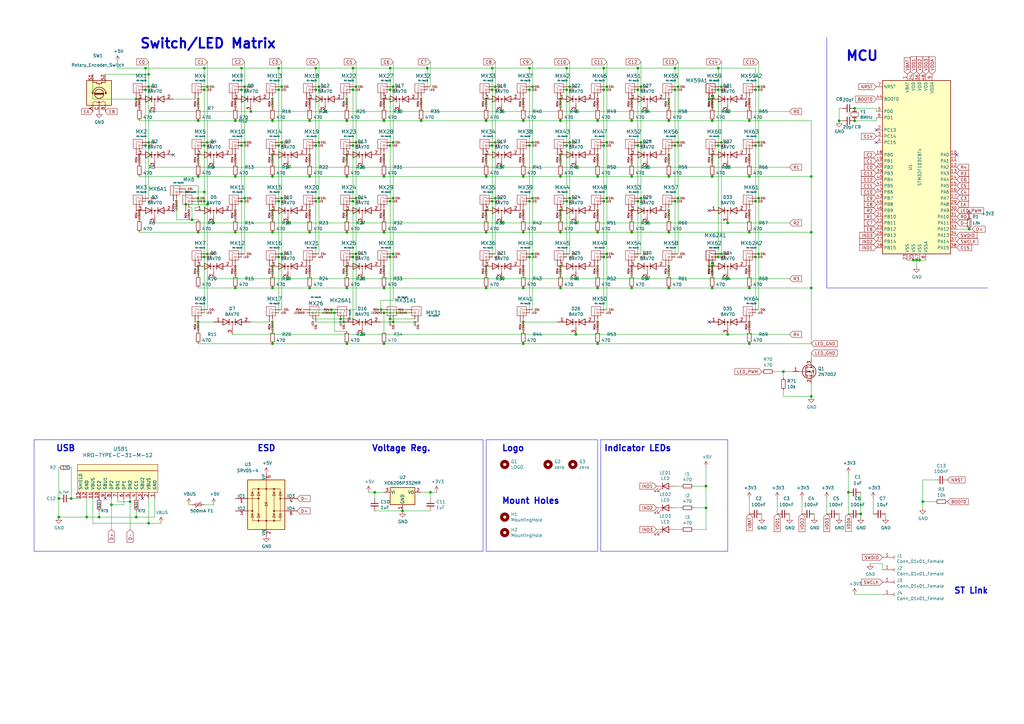
<source format=kicad_sch>
(kicad_sch (version 20230121) (generator eeschema)
  (paper "A3")
  (title_block (title "63") (date "2021-02-24") (rev "1.0") (company "Audrentis"))
  (junction (at 60.96 58.42))
  (junction (at 35.56 212.09))
  (junction (at 87.63 68.58))
  (junction (at 229.87 49.53))
  (junction (at 99.06 36.83))
  (junction (at 278.13 35.56))
  (junction (at 298.45 91.44))
  (junction (at 217.17 36.83))
  (junction (at 142.24 95.25))
  (junction (at 294.64 27.94))
  (junction (at 205.74 91.44))
  (junction (at 265.43 114.3))
  (junction (at 309.88 82.55))
  (junction (at 265.43 91.44))
  (junction (at 245.11 118.11))
  (junction (at 214.63 49.53))
  (junction (at 276.86 82.55))
  (junction (at 262.89 81.28))
  (junction (at 292.1 118.11))
  (junction (at 274.32 72.39))
  (junction (at 146.05 81.28))
  (junction (at 309.88 59.69))
  (junction (at 59.69 59.69))
  (junction (at 307.34 95.25))
  (junction (at 289.56 208.28))
  (junction (at 115.57 35.56))
  (junction (at 236.22 68.58))
  (junction (at 248.92 35.56))
  (junction (at 199.39 72.39))
  (junction (at 96.52 72.39))
  (junction (at 157.48 95.25))
  (junction (at 148.59 91.44))
  (junction (at 133.35 45.72))
  (junction (at 374.65 106.68))
  (junction (at 161.29 104.14))
  (junction (at 265.43 68.58))
  (junction (at 111.76 72.39))
  (junction (at 290.83 40.64))
  (junction (at 55.88 40.64))
  (junction (at 245.11 95.25))
  (junction (at 160.02 36.83))
  (junction (at 127 49.53))
  (junction (at 130.81 81.28))
  (junction (at 85.09 83.82))
  (junction (at 214.63 72.39))
  (junction (at 160.02 59.69))
  (junction (at 114.3 27.94))
  (junction (at 100.33 81.28))
  (junction (at 60.96 35.56))
  (junction (at 321.31 152.4))
  (junction (at 217.17 105.41))
  (junction (at 81.28 49.53))
  (junction (at 142.24 49.53))
  (junction (at 247.65 27.94))
  (junction (at 144.78 105.41))
  (junction (at 130.81 58.42))
  (junction (at 161.29 35.56))
  (junction (at 96.52 49.53))
  (junction (at 203.2 81.28))
  (junction (at 214.63 118.11))
  (junction (at 176.53 201.93))
  (junction (at 259.08 95.25))
  (junction (at 247.65 36.83))
  (junction (at 100.33 58.42))
  (junction (at 111.76 140.97))
  (junction (at 247.65 59.69))
  (junction (at 114.3 59.69))
  (junction (at 294.64 105.41))
  (junction (at 201.93 27.94))
  (junction (at 232.41 59.69))
  (junction (at 102.87 45.72))
  (junction (at 160.02 27.94))
  (junction (at 142.24 118.11))
  (junction (at 160.02 82.55))
  (junction (at 295.91 35.56))
  (junction (at 347.98 201.93))
  (junction (at 60.96 30.48))
  (junction (at 144.78 27.94))
  (junction (at 247.65 82.55))
  (junction (at 157.48 140.97))
  (junction (at 289.56 199.39))
  (junction (at 245.11 49.53))
  (junction (at 99.06 27.94))
  (junction (at 218.44 35.56))
  (junction (at 311.15 58.42))
  (junction (at 146.05 35.56))
  (junction (at 24.13 212.09))
  (junction (at 59.69 36.83))
  (junction (at 135.89 127))
  (junction (at 29.21 204.47))
  (junction (at 163.83 45.72))
  (junction (at 259.08 72.39))
  (junction (at 311.15 104.14))
  (junction (at 127 95.25))
  (junction (at 292.1 107.95))
  (junction (at 130.81 35.56))
  (junction (at 114.3 82.55))
  (junction (at 332.74 162.56))
  (junction (at 233.68 58.42))
  (junction (at 332.74 72.39))
  (junction (at 129.54 27.94))
  (junction (at 142.24 140.97))
  (junction (at 350.52 49.53))
  (junction (at 294.64 59.69))
  (junction (at 148.59 137.16))
  (junction (at 307.34 49.53))
  (junction (at 259.08 118.11))
  (junction (at 137.16 128.27))
  (junction (at 214.63 95.25))
  (junction (at 311.15 35.56))
  (junction (at 332.74 118.11))
  (junction (at 375.92 106.68))
  (junction (at 232.41 27.94))
  (junction (at 157.48 118.11))
  (junction (at 309.88 105.41))
  (junction (at 157.48 49.53))
  (junction (at 199.39 49.53))
  (junction (at 344.17 49.53))
  (junction (at 144.78 36.83))
  (junction (at 295.91 58.42))
  (junction (at 311.15 81.28))
  (junction (at 45.72 207.01))
  (junction (at 278.13 58.42))
  (junction (at 274.32 95.25))
  (junction (at 161.29 81.28))
  (junction (at 218.44 81.28))
  (junction (at 229.87 72.39))
  (junction (at 144.78 82.55))
  (junction (at 233.68 35.56))
  (junction (at 118.11 91.44))
  (junction (at 142.24 72.39))
  (junction (at 292.1 49.53))
  (junction (at 245.11 72.39))
  (junction (at 83.82 36.83))
  (junction (at 114.3 105.41))
  (junction (at 81.28 95.25))
  (junction (at 139.7 130.81))
  (junction (at 261.62 59.69))
  (junction (at 78.74 90.17))
  (junction (at 276.86 59.69))
  (junction (at 248.92 81.28))
  (junction (at 144.78 59.69))
  (junction (at 236.22 114.3))
  (junction (at 172.72 49.53))
  (junction (at 199.39 95.25))
  (junction (at 292.1 39.37))
  (junction (at 262.89 58.42))
  (junction (at 261.62 27.94))
  (junction (at 83.82 27.94))
  (junction (at 276.86 36.83))
  (junction (at 278.13 81.28))
  (junction (at 397.51 93.98))
  (junction (at 161.29 58.42))
  (junction (at 115.57 58.42))
  (junction (at 378.46 205.74))
  (junction (at 96.52 95.25))
  (junction (at 96.52 118.11))
  (junction (at 261.62 82.55))
  (junction (at 85.09 104.14))
  (junction (at 229.87 118.11))
  (junction (at 146.05 104.14))
  (junction (at 111.76 118.11))
  (junction (at 217.17 27.94))
  (junction (at 99.06 82.55))
  (junction (at 81.28 72.39))
  (junction (at 265.43 45.72))
  (junction (at 205.74 114.3))
  (junction (at 118.11 114.3))
  (junction (at 165.1 209.55))
  (junction (at 146.05 58.42))
  (junction (at 83.82 59.69))
  (junction (at 129.54 36.83))
  (junction (at 157.48 128.27))
  (junction (at 233.68 81.28))
  (junction (at 127 118.11))
  (junction (at 232.41 82.55))
  (junction (at 24.13 204.47))
  (junction (at 205.74 45.72))
  (junction (at 307.34 72.39))
  (junction (at 115.57 81.28))
  (junction (at 229.87 95.25))
  (junction (at 99.06 59.69))
  (junction (at 201.93 82.55))
  (junction (at 60.96 214.63))
  (junction (at 201.93 36.83))
  (junction (at 201.93 59.69))
  (junction (at 298.45 114.3))
  (junction (at 298.45 68.58))
  (junction (at 87.63 91.44))
  (junction (at 262.89 35.56))
  (junction (at 307.34 140.97))
  (junction (at 295.91 104.14))
  (junction (at 129.54 82.55))
  (junction (at 83.82 82.55))
  (junction (at 148.59 114.3))
  (junction (at 118.11 68.58))
  (junction (at 294.64 36.83))
  (junction (at 140.97 132.08))
  (junction (at 161.29 132.08))
  (junction (at 276.86 27.94))
  (junction (at 353.06 210.82))
  (junction (at 248.92 58.42))
  (junction (at 261.62 36.83))
  (junction (at 81.28 81.28))
  (junction (at 248.92 104.14))
  (junction (at 298.45 45.72))
  (junction (at 111.76 95.25))
  (junction (at 40.64 212.09))
  (junction (at 274.32 118.11))
  (junction (at 214.63 140.97))
  (junction (at 218.44 58.42))
  (junction (at 236.22 45.72))
  (junction (at 203.2 35.56))
  (junction (at 274.32 49.53))
  (junction (at 298.45 137.16))
  (junction (at 175.26 27.94))
  (junction (at 247.65 105.41))
  (junction (at 218.44 104.14))
  (junction (at 148.59 68.58))
  (junction (at 259.08 49.53))
  (junction (at 160.02 105.41))
  (junction (at 85.09 35.56))
  (junction (at 76.2 83.82))
  (junction (at 309.88 36.83))
  (junction (at 232.41 36.83))
  (junction (at 236.22 137.16))
  (junction (at 290.83 109.22))
  (junction (at 59.69 27.94))
  (junction (at 157.48 72.39))
  (junction (at 307.34 118.11))
  (junction (at 153.67 201.93))
  (junction (at 350.52 44.45))
  (junction (at 53.34 205.74))
  (junction (at 203.2 58.42))
  (junction (at 100.33 35.56))
  (junction (at 160.02 130.81))
  (junction (at 111.76 49.53))
  (junction (at 85.09 58.42))
  (junction (at 83.82 78.74))
  (junction (at 332.74 95.25))
  (junction (at 55.88 212.09))
  (junction (at 236.22 91.44))
  (junction (at 129.54 59.69))
  (junction (at 114.3 36.83))
  (junction (at 292.1 72.39))
  (junction (at 83.82 105.41))
  (junction (at 217.17 82.55))
  (junction (at 205.74 68.58))
  (junction (at 377.19 106.68))
  (junction (at 127 72.39))
  (junction (at 156.21 127))
  (junction (at 245.11 140.97))
  (junction (at 199.39 118.11))
  (junction (at 217.17 59.69))
  (junction (at 115.57 104.14))
  (no_connect (at 392.43 63.5))
  (no_connect (at 290.83 86.36))
  (no_connect (at 359.41 58.42))
  (no_connect (at 359.41 53.34))
  (no_connect (at 58.42 204.47))
  (no_connect (at 71.12 63.5))
  (no_connect (at 43.18 204.47))
  (no_connect (at 71.12 86.36))
  (no_connect (at 290.83 132.08))
  (wire (pts (xy 160.02 36.83) (xy 160.02 59.69)))
  (wire (pts (xy 142.24 140.97) (xy 157.48 140.97)))
  (wire (pts (xy 217.17 59.69) (xy 217.17 82.55)))
  (wire (pts (xy 83.82 105.41) (xy 83.82 128.27)))
  (wire (pts (xy 311.15 58.42) (xy 311.15 81.28)))
  (wire (pts (xy 248.92 58.42) (xy 248.92 81.28)))
  (wire (pts (xy 157.48 128.27) (xy 157.48 135.89)))
  (wire (pts (xy 262.89 25.4) (xy 262.89 35.56)))
  (wire (pts (xy 295.91 25.4) (xy 295.91 35.56)))
  (wire (pts (xy 259.08 85.09) (xy 259.08 90.17)))
  (wire (pts (xy 294.64 59.69) (xy 294.64 105.41)))
  (wire (pts (xy 40.64 212.09) (xy 35.56 212.09)))
  (wire (pts (xy 328.93 204.47) (xy 328.93 210.82)))
  (wire (pts (xy 229.87 72.39) (xy 245.11 72.39)))
  (wire (pts (xy 201.93 27.94) (xy 217.17 27.94)))
  (wire (pts (xy 217.17 82.55) (xy 217.17 105.41)))
  (wire (pts (xy 78.74 90.17) (xy 81.28 90.17)))
  (wire (pts (xy 157.48 72.39) (xy 199.39 72.39)))
  (wire (pts (xy 274.32 85.09) (xy 274.32 90.17)))
  (wire (pts (xy 142.24 62.23) (xy 142.24 67.31)))
  (wire (pts (xy 87.63 114.3) (xy 118.11 114.3)))
  (wire (pts (xy 279.4 199.39) (xy 276.86 199.39)))
  (wire (pts (xy 199.39 62.23) (xy 199.39 67.31)))
  (wire (pts (xy 35.56 212.09) (xy 24.13 212.09)))
  (wire (pts (xy 347.98 194.31) (xy 347.98 201.93)))
  (wire (pts (xy 24.13 191.77) (xy 24.13 204.47)))
  (wire (pts (xy 332.74 49.53) (xy 332.74 72.39)))
  (wire (pts (xy 81.28 62.23) (xy 81.28 67.31)))
  (wire (pts (xy 71.12 76.2) (xy 81.28 76.2)))
  (polyline (pts (xy 298.45 180.34) (xy 246.38 180.34)))
  (wire (pts (xy 161.29 25.4) (xy 161.29 35.56)))
  (wire (pts (xy 347.98 201.93) (xy 347.98 210.82)))
  (wire (pts (xy 59.69 27.94) (xy 59.69 36.83)))
  (wire (pts (xy 295.91 58.42) (xy 295.91 104.14)))
  (wire (pts (xy 115.57 25.4) (xy 115.57 35.56)))
  (wire (pts (xy 262.89 81.28) (xy 262.89 104.14)))
  (wire (pts (xy 29.21 204.47) (xy 33.02 204.47)))
  (wire (pts (xy 166.37 127) (xy 156.21 127)))
  (wire (pts (xy 129.54 132.08) (xy 140.97 132.08)))
  (wire (pts (xy 236.22 91.44) (xy 265.43 91.44)))
  (wire (pts (xy 72.39 90.17) (xy 78.74 90.17)))
  (wire (pts (xy 236.22 137.16) (xy 298.45 137.16)))
  (wire (pts (xy 146.05 25.4) (xy 146.05 35.56)))
  (wire (pts (xy 236.22 68.58) (xy 265.43 68.58)))
  (wire (pts (xy 114.3 27.94) (xy 129.54 27.94)))
  (polyline (pts (xy 13.97 180.34) (xy 198.12 180.34)))
  (wire (pts (xy 245.11 62.23) (xy 245.11 67.31)))
  (wire (pts (xy 292.1 49.53) (xy 307.34 49.53)))
  (wire (pts (xy 160.02 59.69) (xy 160.02 82.55)))
  (wire (pts (xy 130.81 58.42) (xy 130.81 81.28)))
  (wire (pts (xy 232.41 36.83) (xy 232.41 59.69)))
  (wire (pts (xy 157.48 118.11) (xy 199.39 118.11)))
  (wire (pts (xy 199.39 39.37) (xy 199.39 44.45)))
  (wire (pts (xy 247.65 27.94) (xy 261.62 27.94)))
  (wire (pts (xy 81.28 95.25) (xy 96.52 95.25)))
  (wire (pts (xy 199.39 118.11) (xy 214.63 118.11)))
  (wire (pts (xy 87.63 91.44) (xy 118.11 91.44)))
  (wire (pts (xy 38.1 30.48) (xy 38.1 40.64)))
  (wire (pts (xy 59.69 59.69) (xy 59.69 82.55)))
  (wire (pts (xy 172.72 39.37) (xy 172.72 44.45)))
  (wire (pts (xy 35.56 212.09) (xy 35.56 204.47)))
  (wire (pts (xy 157.48 201.93) (xy 153.67 201.93)))
  (wire (pts (xy 115.57 58.42) (xy 115.57 81.28)))
  (wire (pts (xy 144.78 36.83) (xy 144.78 59.69)))
  (wire (pts (xy 359.41 49.53) (xy 350.52 49.53)))
  (wire (pts (xy 163.83 45.72) (xy 205.74 45.72)))
  (wire (pts (xy 156.21 123.19) (xy 161.29 123.19)))
  (wire (pts (xy 274.32 72.39) (xy 292.1 72.39)))
  (wire (pts (xy 332.74 72.39) (xy 332.74 95.25)))
  (wire (pts (xy 38.1 40.64) (xy 55.88 40.64)))
  (wire (pts (xy 229.87 85.09) (xy 229.87 90.17)))
  (wire (pts (xy 57.15 72.39) (xy 81.28 72.39)))
  (wire (pts (xy 276.86 27.94) (xy 276.86 36.83)))
  (wire (pts (xy 307.34 95.25) (xy 332.74 95.25)))
  (polyline (pts (xy 199.39 226.06) (xy 245.11 226.06)))
  (wire (pts (xy 307.34 72.39) (xy 332.74 72.39)))
  (wire (pts (xy 157.48 95.25) (xy 199.39 95.25)))
  (wire (pts (xy 71.12 82.55) (xy 71.12 76.2)))
  (wire (pts (xy 261.62 36.83) (xy 261.62 59.69)))
  (wire (pts (xy 127 39.37) (xy 127 44.45)))
  (wire (pts (xy 259.08 49.53) (xy 274.32 49.53)))
  (wire (pts (xy 309.88 105.41) (xy 309.88 128.27)))
  (wire (pts (xy 339.09 204.47) (xy 339.09 210.82)))
  (wire (pts (xy 229.87 107.95) (xy 229.87 113.03)))
  (wire (pts (xy 359.41 49.53) (xy 359.41 48.26)))
  (wire (pts (xy 292.1 113.03) (xy 292.1 107.95)))
  (wire (pts (xy 265.43 45.72) (xy 298.45 45.72)))
  (wire (pts (xy 279.4 208.28) (xy 276.86 208.28)))
  (wire (pts (xy 72.39 81.28) (xy 72.39 90.17)))
  (wire (pts (xy 167.64 128.27) (xy 157.48 128.27)))
  (wire (pts (xy 130.81 35.56) (xy 130.81 58.42)))
  (wire (pts (xy 289.56 208.28) (xy 289.56 217.17)))
  (polyline (pts (xy 245.11 180.34) (xy 199.39 180.34)))
  (polyline (pts (xy 199.39 180.34) (xy 199.39 226.06)))
  (wire (pts (xy 153.67 201.93) (xy 151.13 201.93)))
  (wire (pts (xy 332.74 140.97) (xy 332.74 118.11)))
  (wire (pts (xy 398.78 93.98) (xy 397.51 93.98)))
  (wire (pts (xy 99.06 27.94) (xy 99.06 36.83)))
  (wire (pts (xy 161.29 104.14) (xy 161.29 123.19)))
  (wire (pts (xy 102.87 45.72) (xy 133.35 45.72)))
  (wire (pts (xy 289.56 191.77) (xy 289.56 199.39)))
  (wire (pts (xy 111.76 49.53) (xy 127 49.53)))
  (wire (pts (xy 372.11 106.68) (xy 374.65 106.68)))
  (wire (pts (xy 334.01 210.82) (xy 334.01 212.09)))
  (wire (pts (xy 81.28 107.95) (xy 81.28 113.03)))
  (wire (pts (xy 63.5 212.09) (xy 55.88 212.09)))
  (wire (pts (xy 232.41 59.69) (xy 232.41 82.55)))
  (wire (pts (xy 274.32 107.95) (xy 274.32 113.03)))
  (wire (pts (xy 57.15 39.37) (xy 57.15 44.45)))
  (wire (pts (xy 298.45 45.72) (xy 323.85 45.72)))
  (wire (pts (xy 344.17 210.82) (xy 344.17 212.09)))
  (wire (pts (xy 233.68 25.4) (xy 233.68 35.56)))
  (wire (pts (xy 229.87 49.53) (xy 245.11 49.53)))
  (wire (pts (xy 205.74 114.3) (xy 236.22 114.3)))
  (wire (pts (xy 160.02 82.55) (xy 160.02 105.41)))
  (wire (pts (xy 344.17 44.45) (xy 345.44 44.45)))
  (wire (pts (xy 276.86 36.83) (xy 276.86 59.69)))
  (wire (pts (xy 259.08 39.37) (xy 259.08 44.45)))
  (wire (pts (xy 233.68 81.28) (xy 233.68 104.14)))
  (wire (pts (xy 298.45 68.58) (xy 323.85 68.58)))
  (wire (pts (xy 130.81 25.4) (xy 130.81 35.56)))
  (wire (pts (xy 85.09 25.4) (xy 85.09 35.56)))
  (wire (pts (xy 289.56 199.39) (xy 289.56 208.28)))
  (wire (pts (xy 278.13 58.42) (xy 278.13 81.28)))
  (wire (pts (xy 247.65 105.41) (xy 247.65 128.27)))
  (wire (pts (xy 262.89 58.42) (xy 262.89 81.28)))
  (wire (pts (xy 218.44 25.4) (xy 218.44 35.56)))
  (wire (pts (xy 60.96 214.63) (xy 66.04 214.63)))
  (wire (pts (xy 57.15 95.25) (xy 81.28 95.25)))
  (wire (pts (xy 60.96 25.4) (xy 60.96 30.48)))
  (wire (pts (xy 127 49.53) (xy 142.24 49.53)))
  (wire (pts (xy 203.2 81.28) (xy 203.2 104.14)))
  (wire (pts (xy 217.17 27.94) (xy 217.17 36.83)))
  (wire (pts (xy 96.52 49.53) (xy 111.76 49.53)))
  (wire (pts (xy 83.82 59.69) (xy 83.82 78.74)))
  (wire (pts (xy 292.1 62.23) (xy 292.1 67.31)))
  (wire (pts (xy 259.08 95.25) (xy 274.32 95.25)))
  (wire (pts (xy 114.3 27.94) (xy 114.3 36.83)))
  (wire (pts (xy 81.28 76.2) (xy 81.28 81.28)))
  (wire (pts (xy 111.76 140.97) (xy 142.24 140.97)))
  (wire (pts (xy 232.41 27.94) (xy 247.65 27.94)))
  (wire (pts (xy 201.93 27.94) (xy 201.93 36.83)))
  (wire (pts (xy 160.02 27.94) (xy 175.26 27.94)))
  (wire (pts (xy 199.39 49.53) (xy 214.63 49.53)))
  (wire (pts (xy 114.3 105.41) (xy 114.3 128.27)))
  (wire (pts (xy 124.46 127) (xy 135.89 127)))
  (wire (pts (xy 321.31 162.56) (xy 321.31 160.02)))
  (wire (pts (xy 278.13 25.4) (xy 278.13 35.56)))
  (wire (pts (xy 55.88 209.55) (xy 55.88 212.09)))
  (wire (pts (xy 309.88 36.83) (xy 309.88 59.69)))
  (wire (pts (xy 311.15 81.28) (xy 311.15 104.14)))
  (wire (pts (xy 85.09 58.42) (xy 85.09 83.82)))
  (wire (pts (xy 377.19 106.68) (xy 379.73 106.68)))
  (wire (pts (xy 96.52 85.09) (xy 96.52 90.17)))
  (wire (pts (xy 53.34 205.74) (xy 48.26 205.74)))
  (wire (pts (xy 274.32 118.11) (xy 292.1 118.11)))
  (wire (pts (xy 77.47 207.01) (xy 78.74 207.01)))
  (wire (pts (xy 307.34 140.97) (xy 332.74 140.97)))
  (wire (pts (xy 383.54 205.74) (xy 378.46 205.74)))
  (wire (pts (xy 344.17 49.53) (xy 344.17 44.45)))
  (wire (pts (xy 218.44 35.56) (xy 218.44 58.42)))
  (wire (pts (xy 214.63 130.81) (xy 214.63 135.89)))
  (wire (pts (xy 60.96 214.63) (xy 38.1 214.63)))
  (wire (pts (xy 96.52 95.25) (xy 111.76 95.25)))
  (wire (pts (xy 276.86 82.55) (xy 276.86 105.41)))
  (wire (pts (xy 176.53 209.55) (xy 165.1 209.55)))
  (wire (pts (xy 265.43 114.3) (xy 298.45 114.3)))
  (wire (pts (xy 148.59 91.44) (xy 205.74 91.44)))
  (wire (pts (xy 115.57 81.28) (xy 115.57 104.14)))
  (wire (pts (xy 111.76 118.11) (xy 127 118.11)))
  (wire (pts (xy 156.21 132.08) (xy 161.29 132.08)))
  (wire (pts (xy 309.88 59.69) (xy 309.88 82.55)))
  (wire (pts (xy 245.11 39.37) (xy 245.11 44.45)))
  (wire (pts (xy 236.22 45.72) (xy 265.43 45.72)))
  (wire (pts (xy 321.31 152.4) (xy 321.31 154.94)))
  (wire (pts (xy 247.65 59.69) (xy 247.65 82.55)))
  (wire (pts (xy 50.8 207.01) (xy 45.72 207.01)))
  (wire (pts (xy 248.92 81.28) (xy 248.92 104.14)))
  (wire (pts (xy 274.32 95.25) (xy 307.34 95.25)))
  (wire (pts (xy 83.82 27.94) (xy 83.82 36.83)))
  (wire (pts (xy 38.1 214.63) (xy 38.1 204.47)))
  (wire (pts (xy 229.87 39.37) (xy 229.87 44.45)))
  (wire (pts (xy 245.11 118.11) (xy 259.08 118.11)))
  (wire (pts (xy 142.24 107.95) (xy 142.24 113.03)))
  (wire (pts (xy 284.48 199.39) (xy 289.56 199.39)))
  (wire (pts (xy 214.63 49.53) (xy 229.87 49.53)))
  (wire (pts (xy 332.74 162.56) (xy 321.31 162.56)))
  (wire (pts (xy 203.2 25.4) (xy 203.2 35.56)))
  (polyline (pts (xy 198.12 226.06) (xy 13.97 226.06)))
  (wire (pts (xy 201.93 59.69) (xy 201.93 82.55)))
  (wire (pts (xy 332.74 95.25) (xy 332.74 118.11)))
  (wire (pts (xy 247.65 27.94) (xy 247.65 36.83)))
  (wire (pts (xy 111.76 62.23) (xy 111.76 67.31)))
  (polyline (pts (xy 339.09 15.24) (xy 339.09 118.11)))
  (wire (pts (xy 176.53 201.93) (xy 176.53 204.47)))
  (wire (pts (xy 278.13 81.28) (xy 278.13 104.14)))
  (wire (pts (xy 99.06 82.55) (xy 99.06 105.41)))
  (wire (pts (xy 274.32 49.53) (xy 292.1 49.53)))
  (wire (pts (xy 102.87 132.08) (xy 110.49 132.08)))
  (wire (pts (xy 262.89 35.56) (xy 262.89 58.42)))
  (wire (pts (xy 160.02 105.41) (xy 160.02 130.81)))
  (wire (pts (xy 265.43 68.58) (xy 298.45 68.58)))
  (wire (pts (xy 374.65 106.68) (xy 375.92 106.68)))
  (wire (pts (xy 80.01 82.55) (xy 83.82 82.55)))
  (wire (pts (xy 78.74 85.09) (xy 78.74 90.17)))
  (wire (pts (xy 378.46 205.74) (xy 378.46 196.85)))
  (wire (pts (xy 142.24 95.25) (xy 157.48 95.25)))
  (wire (pts (xy 298.45 91.44) (xy 323.85 91.44)))
  (wire (pts (xy 144.78 27.94) (xy 160.02 27.94)))
  (wire (pts (xy 375.92 106.68) (xy 377.19 106.68)))
  (wire (pts (xy 236.22 114.3) (xy 265.43 114.3)))
  (wire (pts (xy 317.5 152.4) (xy 321.31 152.4)))
  (wire (pts (xy 76.2 83.82) (xy 76.2 86.36)))
  (wire (pts (xy 100.33 25.4) (xy 100.33 35.56)))
  (wire (pts (xy 146.05 81.28) (xy 146.05 104.14)))
  (wire (pts (xy 261.62 82.55) (xy 261.62 105.41)))
  (wire (pts (xy 74.93 78.74) (xy 83.82 78.74)))
  (wire (pts (xy 161.29 35.56) (xy 161.29 58.42)))
  (wire (pts (xy 96.52 118.11) (xy 111.76 118.11)))
  (wire (pts (xy 295.91 35.56) (xy 295.91 58.42)))
  (wire (pts (xy 53.34 205.74) (xy 53.34 217.17)))
  (wire (pts (xy 127 118.11) (xy 142.24 118.11)))
  (wire (pts (xy 157.48 49.53) (xy 172.72 49.53)))
  (wire (pts (xy 118.11 91.44) (xy 148.59 91.44)))
  (wire (pts (xy 63.5 45.72) (xy 102.87 45.72)))
  (polyline (pts (xy 339.09 118.11) (xy 405.13 118.11)))
  (wire (pts (xy 60.96 58.42) (xy 60.96 81.28)))
  (wire (pts (xy 129.54 27.94) (xy 144.78 27.94)))
  (wire (pts (xy 83.82 27.94) (xy 99.06 27.94)))
  (wire (pts (xy 261.62 27.94) (xy 261.62 36.83)))
  (wire (pts (xy 57.15 62.23) (xy 57.15 67.31)))
  (wire (pts (xy 245.11 107.95) (xy 245.11 113.03)))
  (wire (pts (xy 114.3 82.55) (xy 114.3 105.41)))
  (wire (pts (xy 81.28 39.37) (xy 81.28 44.45)))
  (polyline (pts (xy 298.45 226.06) (xy 298.45 180.34)))
  (wire (pts (xy 309.88 82.55) (xy 309.88 105.41)))
  (wire (pts (xy 95.25 137.16) (xy 148.59 137.16)))
  (wire (pts (xy 356.87 231.14) (xy 361.95 231.14)))
  (wire (pts (xy 233.68 35.56) (xy 233.68 58.42)))
  (wire (pts (xy 307.34 118.11) (xy 332.74 118.11)))
  (wire (pts (xy 323.85 210.82) (xy 323.85 212.09)))
  (wire (pts (xy 96.52 72.39) (xy 111.76 72.39)))
  (wire (pts (xy 350.52 243.84) (xy 361.95 243.84)))
  (wire (pts (xy 218.44 81.28) (xy 218.44 104.14)))
  (wire (pts (xy 232.41 82.55) (xy 232.41 105.41)))
  (wire (pts (xy 96.52 62.23) (xy 96.52 67.31)))
  (wire (pts (xy 142.24 39.37) (xy 142.24 44.45)))
  (wire (pts (xy 350.52 44.45) (xy 359.41 44.45)))
  (wire (pts (xy 57.15 90.17) (xy 57.15 85.09)))
  (wire (pts (xy 142.24 72.39) (xy 157.48 72.39)))
  (wire (pts (xy 144.78 105.41) (xy 144.78 130.81)))
  (wire (pts (xy 289.56 217.17) (xy 284.48 217.17)))
  (wire (pts (xy 133.35 45.72) (xy 163.83 45.72)))
  (wire (pts (xy 63.5 204.47) (xy 63.5 212.09)))
  (wire (pts (xy 81.28 81.28) (xy 81.28 85.09)))
  (wire (pts (xy 248.92 25.4) (xy 248.92 35.56)))
  (wire (pts (xy 100.33 58.42) (xy 100.33 81.28)))
  (wire (pts (xy 146.05 104.14) (xy 146.05 127)))
  (wire (pts (xy 146.05 35.56) (xy 146.05 58.42)))
  (wire (pts (xy 214.63 107.95) (xy 214.63 113.03)))
  (wire (pts (xy 378.46 208.28) (xy 378.46 205.74)))
  (wire (pts (xy 307.34 49.53) (xy 332.74 49.53)))
  (wire (pts (xy 71.12 40.64) (xy 80.01 40.64)))
  (wire (pts (xy 292.1 72.39) (xy 307.34 72.39)))
  (wire (pts (xy 115.57 104.14) (xy 115.57 127)))
  (wire (pts (xy 146.05 58.42) (xy 146.05 81.28)))
  (wire (pts (xy 99.06 36.83) (xy 99.06 59.69)))
  (wire (pts (xy 53.34 204.47) (xy 53.34 205.74)))
  (wire (pts (xy 161.29 58.42) (xy 161.29 81.28)))
  (wire (pts (xy 48.26 205.74) (xy 48.26 204.47)))
  (wire (pts (xy 80.01 85.09) (xy 80.01 86.36)))
  (wire (pts (xy 375.92 109.22) (xy 375.92 106.68)))
  (wire (pts (xy 111.76 85.09) (xy 111.76 90.17)))
  (wire (pts (xy 259.08 72.39) (xy 274.32 72.39)))
  (wire (pts (xy 217.17 27.94) (xy 232.41 27.94)))
  (wire (pts (xy 176.53 201.93) (xy 179.07 201.93)))
  (wire (pts (xy 156.21 127) (xy 156.21 123.19)))
  (wire (pts (xy 60.96 35.56) (xy 60.96 58.42)))
  (wire (pts (xy 261.62 27.94) (xy 276.86 27.94)))
  (wire (pts (xy 332.74 157.48) (xy 332.74 162.56)))
  (wire (pts (xy 217.17 36.83) (xy 217.17 59.69)))
  (wire (pts (xy 284.48 208.28) (xy 289.56 208.28)))
  (wire (pts (xy 161.29 132.08) (xy 171.45 132.08)))
  (wire (pts (xy 353.06 201.93) (xy 353.06 210.82)))
  (wire (pts (xy 85.09 104.14) (xy 85.09 127)))
  (wire (pts (xy 298.45 114.3) (xy 323.85 114.3)))
  (wire (pts (xy 265.43 91.44) (xy 298.45 91.44)))
  (wire (pts (xy 199.39 95.25) (xy 214.63 95.25)))
  (wire (pts (xy 129.54 36.83) (xy 129.54 59.69)))
  (wire (pts (xy 214.63 62.23) (xy 214.63 67.31)))
  (wire (pts (xy 359.41 44.45) (xy 359.41 45.72)))
  (polyline (pts (xy 245.11 226.06) (xy 245.11 180.34)))
  (polyline (pts (xy 246.38 180.34) (xy 246.38 226.06)))
  (wire (pts (xy 214.63 39.37) (xy 214.63 44.45)))
  (polyline (pts (xy 13.97 226.06) (xy 13.97 180.34)))
  (wire (pts (xy 111.76 39.37) (xy 111.76 44.45)))
  (wire (pts (xy 363.22 210.82) (xy 363.22 212.09)))
  (wire (pts (xy 45.72 207.01) (xy 45.72 204.47)))
  (wire (pts (xy 81.28 118.11) (xy 96.52 118.11)))
  (wire (pts (xy 294.64 27.94) (xy 309.88 27.94)))
  (wire (pts (xy 229.87 95.25) (xy 245.11 95.25)))
  (wire (pts (xy 43.18 30.48) (xy 60.96 30.48)))
  (wire (pts (xy 309.88 27.94) (xy 309.88 36.83)))
  (wire (pts (xy 345.44 49.53) (xy 344.17 49.53)))
  (wire (pts (xy 214.63 85.09) (xy 214.63 90.17)))
  (wire (pts (xy 100.33 81.28) (xy 100.33 104.14)))
  (wire (pts (xy 144.78 59.69) (xy 144.78 82.55)))
  (wire (pts (xy 111.76 107.95) (xy 111.76 113.03)))
  (wire (pts (xy 153.67 201.93) (xy 153.67 204.47)))
  (wire (pts (xy 248.92 35.56) (xy 248.92 58.42)))
  (wire (pts (xy 199.39 85.09) (xy 199.39 90.17)))
  (wire (pts (xy 307.34 204.47) (xy 307.34 210.82)))
  (wire (pts (xy 148.59 137.16) (xy 236.22 137.16)))
  (wire (pts (xy 292.1 118.11) (xy 307.34 118.11)))
  (wire (pts (xy 392.43 93.98) (xy 397.51 93.98)))
  (wire (pts (xy 59.69 27.94) (xy 83.82 27.94)))
  (wire (pts (xy 311.15 35.56) (xy 311.15 58.42)))
  (wire (pts (xy 218.44 104.14) (xy 218.44 127)))
  (wire (pts (xy 361.95 231.14) (xy 361.95 233.68)))
  (wire (pts (xy 60.96 30.48) (xy 60.96 35.56)))
  (wire (pts (xy 307.34 130.81) (xy 307.34 135.89)))
  (wire (pts (xy 118.11 68.58) (xy 148.59 68.58)))
  (wire (pts (xy 274.32 62.23) (xy 274.32 67.31)))
  (wire (pts (xy 118.11 114.3) (xy 148.59 114.3)))
  (wire (pts (xy 199.39 72.39) (xy 214.63 72.39)))
  (wire (pts (xy 228.6 132.08) (xy 213.36 132.08)))
  (wire (pts (xy 59.69 36.83) (xy 59.69 59.69)))
  (wire (pts (xy 205.74 91.44) (xy 236.22 91.44)))
  (wire (pts (xy 135.89 127) (xy 146.05 127)))
  (wire (pts (xy 311.15 25.4) (xy 311.15 35.56)))
  (wire (pts (xy 142.24 85.09) (xy 142.24 90.17)))
  (wire (pts (xy 172.72 49.53) (xy 199.39 49.53)))
  (wire (pts (xy 153.67 209.55) (xy 165.1 209.55)))
  (wire (pts (xy 245.11 95.25) (xy 259.08 95.25)))
  (wire (pts (xy 127 107.95) (xy 127 113.03)))
  (wire (pts (xy 245.11 72.39) (xy 259.08 72.39)))
  (wire (pts (xy 142.24 49.53) (xy 157.48 49.53)))
  (wire (pts (xy 81.28 140.97) (xy 111.76 140.97)))
  (wire (pts (xy 87.63 207.01) (xy 83.82 207.01)))
  (wire (pts (xy 229.87 62.23) (xy 229.87 67.31)))
  (wire (pts (xy 40.64 209.55) (xy 40.64 212.09)))
  (wire (pts (xy 137.16 135.89) (xy 142.24 135.89)))
  (wire (pts (xy 358.14 204.47) (xy 358.14 210.82)))
  (wire (pts (xy 321.31 152.4) (xy 325.12 152.4)))
  (wire (pts (xy 63.5 68.58) (xy 87.63 68.58)))
  (wire (pts (xy 307.34 39.37) (xy 307.34 44.45)))
  (wire (pts (xy 176.53 35.56) (xy 176.53 25.4)))
  (wire (pts (xy 85.09 35.56) (xy 85.09 58.42)))
  (wire (pts (xy 127 85.09) (xy 127 90.17)))
  (wire (pts (xy 245.11 140.97) (xy 307.34 140.97)))
  (wire (pts (xy 160.02 27.94) (xy 160.02 36.83)))
  (wire (pts (xy 332.74 144.78) (xy 332.74 147.32)))
  (wire (pts (xy 259.08 62.23) (xy 259.08 67.31)))
  (polyline (pts (xy 198.12 180.34) (xy 198.12 226.06)))
  (wire (pts (xy 201.93 82.55) (xy 201.93 105.41)))
  (wire (pts (xy 157.48 39.37) (xy 157.48 44.45)))
  (wire (pts (xy 129.54 59.69) (xy 129.54 82.55)))
  (wire (pts (xy 318.77 204.47) (xy 318.77 210.82)))
  (wire (pts (xy 201.93 36.83) (xy 201.93 59.69)))
  (wire (pts (xy 83.82 82.55) (xy 83.82 105.41)))
  (wire (pts (xy 76.2 77.47) (xy 76.2 83.82)))
  (wire (pts (xy 229.87 118.11) (xy 245.11 118.11)))
  (wire (pts (xy 139.7 130.81) (xy 144.78 130.81)))
  (wire (pts (xy 24.13 212.09) (xy 24.13 204.47)))
  (wire (pts (xy 96.52 107.95) (xy 96.52 113.03)))
  (wire (pts (xy 29.21 191.77) (xy 29.21 204.47)))
  (wire (pts (xy 114.3 59.69) (xy 114.3 82.55)))
  (wire (pts (xy 81.28 49.53) (xy 96.52 49.53)))
  (wire (pts (xy 59.69 27.94) (xy 48.26 27.94)))
  (wire (pts (xy 148.59 114.3) (xy 205.74 114.3)))
  (wire (pts (xy 205.74 45.72) (xy 236.22 45.72)))
  (wire (pts (xy 247.65 82.55) (xy 247.65 105.41)))
  (wire (pts (xy 157.48 85.09) (xy 157.48 90.17)))
  (wire (pts (xy 55.88 212.09) (xy 40.64 212.09)))
  (wire (pts (xy 298.45 137.16) (xy 323.85 137.16)))
  (wire (pts (xy 63.5 91.44) (xy 87.63 91.44)))
  (wire (pts (xy 248.92 104.14) (xy 248.92 127)))
  (wire (pts (xy 50.8 204.47) (xy 50.8 207.01)))
  (wire (pts (xy 142.24 118.11) (xy 157.48 118.11)))
  (wire (pts (xy 175.26 36.83) (xy 175.26 27.94)))
  (wire (pts (xy 217.17 105.41) (xy 217.17 128.27)))
  (wire (pts (xy 170.18 130.81) (xy 160.02 130.81)))
  (wire (pts (xy 99.06 27.94) (xy 114.3 27.94)))
  (wire (pts (xy 214.63 95.25) (xy 229.87 95.25)))
  (wire (pts (xy 125.73 128.27) (xy 137.16 128.27)))
  (wire (pts (xy 214.63 118.11) (xy 229.87 118.11)))
  (wire (pts (xy 81.28 130.81) (xy 81.28 135.89)))
  (wire (pts (xy 353.06 210.82) (xy 353.06 212.09)))
  (wire (pts (xy 127 95.25) (xy 142.24 95.25)))
  (wire (pts (xy 114.3 36.83) (xy 114.3 59.69)))
  (wire (pts (xy 77.47 85.09) (xy 78.74 85.09)))
  (wire (pts (xy 129.54 27.94) (xy 129.54 36.83)))
  (wire (pts (xy 276.86 27.94) (xy 294.64 27.94)))
  (wire (pts (xy 203.2 35.56) (xy 203.2 58.42)))
  (wire (pts (xy 83.82 78.74) (xy 83.82 82.55)))
  (wire (pts (xy 76.2 83.82) (xy 85.09 83.82)))
  (wire (pts (xy 57.15 49.53) (xy 81.28 49.53)))
  (wire (pts (xy 87.63 132.08) (xy 80.01 132.08)))
  (wire (pts (xy 214.63 72.39) (xy 229.87 72.39)))
  (wire (pts (xy 199.39 107.95) (xy 199.39 113.03)))
  (wire (pts (xy 96.52 39.37) (xy 96.52 44.45)))
  (wire (pts (xy 205.74 68.58) (xy 236.22 68.58)))
  (wire (pts (xy 232.41 27.94) (xy 232.41 36.83)))
  (wire (pts (xy 115.57 35.56) (xy 115.57 58.42)))
  (wire (pts (xy 129.54 82.55) (xy 129.54 105.41)))
  (wire (pts (xy 312.42 210.82) (xy 312.42 212.09)))
  (wire (pts (xy 292.1 39.37) (xy 292.1 44.45)))
  (wire (pts (xy 45.72 207.01) (xy 45.72 217.17)))
  (wire (pts (xy 127 62.23) (xy 127 67.31)))
  (wire (pts (xy 259.08 118.11) (xy 274.32 118.11)))
  (wire (pts (xy 144.78 27.94) (xy 144.78 36.83)))
  (wire (pts (xy 148.59 68.58) (xy 205.74 68.58)))
  (wire (pts (xy 307.34 62.23) (xy 307.34 67.31)))
  (wire (pts (xy 307.34 107.95) (xy 307.34 113.03)))
  (wire (pts (xy 245.11 49.53) (xy 259.08 49.53)))
  (wire (pts (xy 144.78 82.55) (xy 144.78 105.41)))
  (wire (pts (xy 111.76 130.81) (xy 111.76 135.89)))
  (wire (pts (xy 157.48 107.95) (xy 157.48 113.03)))
  (wire (pts (xy 214.63 140.97) (xy 245.11 140.97)))
  (wire (pts (xy 157.48 140.97) (xy 214.63 140.97)))
  (wire (pts (xy 247.65 36.83) (xy 247.65 59.69)))
  (wire (pts (xy 218.44 58.42) (xy 218.44 81.28)))
  (wire (pts (xy 81.28 72.39) (xy 96.52 72.39)))
  (wire (pts (xy 294.64 27.94) (xy 294.64 36.83)))
  (wire (pts (xy 175.26 27.94) (xy 201.93 27.94)))
  (wire (pts (xy 279.4 217.17) (xy 276.86 217.17)))
  (wire (pts (xy 127 72.39) (xy 142.24 72.39)))
  (wire (pts (xy 278.13 35.56) (xy 278.13 58.42)))
  (wire (pts (xy 137.16 128.27) (xy 137.16 135.89)))
  (wire (pts (xy 161.29 81.28) (xy 161.29 104.14)))
  (wire (pts (xy 203.2 58.42) (xy 203.2 81.28)))
  (wire (pts (xy 100.33 35.56) (xy 100.33 58.42)))
  (wire (pts (xy 111.76 72.39) (xy 127 72.39)))
  (wire (pts (xy 99.06 59.69) (xy 99.06 82.55)))
  (wire (pts (xy 111.76 95.25) (xy 127 95.25)))
  (wire (pts (xy 276.86 59.69) (xy 276.86 82.55)))
  (wire (pts (xy 172.72 201.93) (xy 176.53 201.93)))
  (wire (pts (xy 245.11 85.09) (xy 245.11 90.17)))
  (wire (pts (xy 130.81 81.28) (xy 130.81 104.14)))
  (wire (pts (xy 259.08 107.95) (xy 259.08 113.03)))
  (wire (pts (xy 294.64 36.83) (xy 294.64 59.69)))
  (wire (pts (xy 48.26 27.94) (xy 48.26 25.4)))
  (wire (pts (xy 233.68 58.42) (xy 233.68 81.28)))
  (wire (pts (xy 128.27 130.81) (xy 139.7 130.81)))
  (wire (pts (xy 245.11 130.81) (xy 245.11 135.89)))
  (wire (pts (xy 378.46 196.85) (xy 383.54 196.85)))
  (wire (pts (xy 60.96 204.47) (xy 60.96 214.63)))
  (wire (pts (xy 81.28 85.09) (xy 80.01 85.09)))
  (wire (pts (xy 261.62 59.69) (xy 261.62 82.55)))
  (wire (pts (xy 307.34 85.09) (xy 307.34 90.17)))
  (wire (pts (xy 311.15 104.14) (xy 311.15 127)))
  (wire (pts (xy 85.09 83.82) (xy 85.09 104.14)))
  (wire (pts (xy 157.48 62.23) (xy 157.48 67.31)))
  (wire (pts (xy 274.32 39.37) (xy 274.32 44.45)))
  (wire (pts (xy 87.63 68.58) (xy 118.11 68.58)))
  (wire (pts (xy 83.82 36.83) (xy 83.82 59.69)))
  (polyline (pts (xy 246.38 226.06) (xy 298.45 226.06)))
  (text "Logo" (at 205.74 185.42 0) (effects (font (size 2.4892 2.4892) (thickness 0.4978) bold) (justify left bottom)))
  (text "MCU" (at 346.71 25.4 0) (effects (font (size 3.9878 3.9878) (thickness 0.7976) bold) (justify left bottom)))
  (text "Switch/LED Matrix" (at 57.15 20.32 0) (effects (font (size 3.9878 3.9878) (thickness 0.7976) bold) (justify left bottom)))
  (text "Mount Holes" (at 205.74 207.01 0) (effects (font (size 2.4892 2.4892) (thickness 0.4978) bold) (justify left bottom)))
  (text "ST Link\n" (at 391.16 243.84 0) (effects (font (size 2.4892 2.4892) (thickness 0.4978) bold) (justify left bottom)))
  (text "USB" (at 22.86 185.42 0) (effects (font (size 2.4892 2.4892) (thickness 0.4978) bold) (justify left bottom)))
  (text "ESD" (at 105.41 185.42 0) (effects (font (size 2.4892 2.4892) (thickness 0.4978) bold) (justify left bottom)))
  (text "Indicator LEDs" (at 247.65 185.42 0) (effects (font (size 2.4892 2.4892) (thickness 0.4978) bold) (justify left bottom)))
  (text "Voltage Reg." (at 152.4 185.42 0) (effects (font (size 2.4892 2.4892) (thickness 0.4978) bold) (justify left bottom)))
  (global_label "BOOT0" (shape input) (at 388.62 205.74 0) (property "Intersheetrefs" "${INTERSHEET_REFS}" (effects hide)))
  (global_label "R1" (shape input) (at 323.85 68.58 0) (property "Intersheetrefs" "${INTERSHEET_REFS}" (effects hide)))
  (global_label "NRST" (shape input) (at 359.41 35.56 180) (property "Intersheetrefs" "${INTERSHEET_REFS}" (effects hide)))
  (global_label "SWDIO" (shape input) (at 361.95 228.6 180) (property "Intersheetrefs" "${INTERSHEET_REFS}" (effects hide)))
  (global_label "C13" (shape input) (at 278.13 25.4 180) (property "Intersheetrefs" "${INTERSHEET_REFS}" (effects hide)))
  (global_label "EB" (shape input) (at 359.41 93.98 180) (property "Intersheetrefs" "${INTERSHEET_REFS}" (effects hide)))
  (global_label "C2" (shape input) (at 100.33 25.4 180) (property "Intersheetrefs" "${INTERSHEET_REFS}" (effects hide)))
  (global_label "IND3" (shape input) (at 269.24 217.17 180) (property "Intersheetrefs" "${INTERSHEET_REFS}" (effects hide)))
  (global_label "C3" (shape input) (at 392.43 81.28 0) (property "Intersheetrefs" "${INTERSHEET_REFS}" (effects hide)))
  (global_label "C9" (shape input) (at 218.44 25.4 180) (property "Intersheetrefs" "${INTERSHEET_REFS}" (effects hide)))
  (global_label "R4" (shape input) (at 392.43 68.58 0) (property "Intersheetrefs" "${INTERSHEET_REFS}" (effects hide)))
  (global_label "EB" (shape input) (at 43.18 45.72 0) (property "Intersheetrefs" "${INTERSHEET_REFS}" (effects hide)))
  (global_label "R0" (shape input) (at 323.85 45.72 0) (property "Intersheetrefs" "${INTERSHEET_REFS}" (effects hide)))
  (global_label "VBAT" (shape input) (at 372.11 30.48 90) (property "Intersheetrefs" "${INTERSHEET_REFS}" (effects hide)))
  (global_label "BOOT0" (shape input) (at 359.41 40.64 180) (property "Intersheetrefs" "${INTERSHEET_REFS}" (effects hide)))
  (global_label "C5" (shape input) (at 392.43 76.2 0) (property "Intersheetrefs" "${INTERSHEET_REFS}" (effects hide)))
  (global_label "IND1" (shape input) (at 359.41 101.6 180) (property "Intersheetrefs" "${INTERSHEET_REFS}" (effects hide)))
  (global_label "C5" (shape input) (at 146.05 25.4 180) (property "Intersheetrefs" "${INTERSHEET_REFS}" (effects hide)))
  (global_label "D-" (shape input) (at 392.43 91.44 0) (property "Intersheetrefs" "${INTERSHEET_REFS}" (effects hide)))
  (global_label "R2" (shape input) (at 359.41 86.36 180) (property "Intersheetrefs" "${INTERSHEET_REFS}" (effects hide)))
  (global_label "NRST" (shape input) (at 388.62 196.85 0) (property "Intersheetrefs" "${INTERSHEET_REFS}" (effects hide)))
  (global_label "C12" (shape input) (at 359.41 73.66 180) (property "Intersheetrefs" "${INTERSHEET_REFS}" (effects hide)))
  (global_label "VDD2" (shape input) (at 377.19 30.48 90) (property "Intersheetrefs" "${INTERSHEET_REFS}" (effects hide)))
  (global_label "EA" (shape input) (at 38.1 45.72 180) (property "Intersheetrefs" "${INTERSHEET_REFS}" (effects hide)))
  (global_label "C14" (shape input) (at 359.41 55.88 180) (property "Intersheetrefs" "${INTERSHEET_REFS}" (effects hide)))
  (global_label "R3" (shape input) (at 392.43 71.12 0) (property "Intersheetrefs" "${INTERSHEET_REFS}" (effects hide)))
  (global_label "C13" (shape input) (at 359.41 71.12 180) (property "Intersheetrefs" "${INTERSHEET_REFS}" (effects hide)))
  (global_label "C0" (shape input) (at 60.96 25.4 180) (property "Intersheetrefs" "${INTERSHEET_REFS}" (effects hide)))
  (global_label "C7" (shape input) (at 359.41 91.44 180) (property "Intersheetrefs" "${INTERSHEET_REFS}" (effects hide)))
  (global_label "C6" (shape input) (at 161.29 25.4 180) (property "Intersheetrefs" "${INTERSHEET_REFS}" (effects hide)))
  (global_label "C9" (shape input) (at 359.41 81.28 180) (property "Intersheetrefs" "${INTERSHEET_REFS}" (effects hide)))
  (global_label "C2" (shape input) (at 359.41 63.5 180) (property "Intersheetrefs" "${INTERSHEET_REFS}" (effects hide)))
  (global_label "SWDIO" (shape input) (at 392.43 96.52 0) (property "Intersheetrefs" "${INTERSHEET_REFS}" (effects hide)))
  (global_label "EA" (shape input) (at 392.43 83.82 0) (property "Intersheetrefs" "${INTERSHEET_REFS}" (effects hide)))
  (global_label "VDDA" (shape input) (at 347.98 210.82 270) (property "Intersheetrefs" "${INTERSHEET_REFS}" (effects hide)))
  (global_label "IND2" (shape input) (at 359.41 99.06 180) (property "Intersheetrefs" "${INTERSHEET_REFS}" (effects hide)))
  (global_label "R1" (shape input) (at 359.41 88.9 180) (property "Intersheetrefs" "${INTERSHEET_REFS}" (effects hide)))
  (global_label "D-" (shape input) (at 53.34 217.17 270) (property "Intersheetrefs" "${INTERSHEET_REFS}" (effects hide)))
  (global_label "C12" (shape input) (at 262.89 25.4 180) (property "Intersheetrefs" "${INTERSHEET_REFS}" (effects hide)))
  (global_label "VDD3" (shape input) (at 339.09 210.82 270) (property "Intersheetrefs" "${INTERSHEET_REFS}" (effects hide)))
  (global_label "D+" (shape input) (at 45.72 217.17 270) (property "Intersheetrefs" "${INTERSHEET_REFS}" (effects hide)))
  (global_label "C10" (shape input) (at 233.68 25.4 180) (property "Intersheetrefs" "${INTERSHEET_REFS}" (effects hide)))
  (global_label "C1" (shape input) (at 359.41 66.04 180) (property "Intersheetrefs" "${INTERSHEET_REFS}" (effects hide)))
  (global_label "VBAT" (shape input) (at 307.34 210.82 270) (property "Intersheetrefs" "${INTERSHEET_REFS}" (effects hide)))
  (global_label "LED_GND" (shape input) (at 332.74 144.78 0) (property "Intersheetrefs" "${INTERSHEET_REFS}" (effects hide)))
  (global_label "VDD3" (shape input) (at 379.73 30.48 90) (property "Intersheetrefs" "${INTERSHEET_REFS}" (effects hide)))
  (global_label "VDD1" (shape input) (at 318.77 210.82 270) (property "Intersheetrefs" "${INTERSHEET_REFS}" (effects hide)))
  (global_label "R2" (shape input) (at 323.85 91.44 0) (property "Intersheetrefs" "${INTERSHEET_REFS}" (effects hide)))
  (global_label "IND3" (shape input) (at 359.41 96.52 180) (property "Intersheetrefs" "${INTERSHEET_REFS}" (effects hide)))
  (global_label "C1" (shape input) (at 85.09 25.4 180) (property "Intersheetrefs" "${INTERSHEET_REFS}" (effects hide)))
  (global_label "IND1" (shape input) (at 269.24 199.39 180) (property "Intersheetrefs" "${INTERSHEET_REFS}" (effects hide)))
  (global_label "D+" (shape input) (at 398.78 93.98 0) (property "Intersheetrefs" "${INTERSHEET_REFS}" (effects hide)))
  (global_label "IND2" (shape input) (at 269.24 208.28 180) (property "Intersheetrefs" "${INTERSHEET_REFS}" (effects hide)))
  (global_label "SWCLK" (shape input) (at 392.43 99.06 0) (property "Intersheetrefs" "${INTERSHEET_REFS}" (effects hide)))
  (global_label "LED_PWM" (shape input) (at 312.42 152.4 180) (property "Intersheetrefs" "${INTERSHEET_REFS}" (effects hide)))
  (global_label "C7" (shape input) (at 176.53 25.4 180) (property "Intersheetrefs" "${INTERSHEET_REFS}" (effects hide)))
  (global_label "LED_PWM" (shape input) (at 392.43 86.36 0) (property "Intersheetrefs" "${INTERSHEET_REFS}" (effects hide)))
  (global_label "C0" (shape input) (at 359.41 68.58 180) (property "Intersheetrefs" "${INTERSHEET_REFS}" (effects hide)))
  (global_label "VDDA" (shape input) (at 382.27 30.48 90) (property "Intersheetrefs" "${INTERSHEET_REFS}" (effects hide)))
  (global_label "C6" (shape input) (at 392.43 73.66 0) (property "Intersheetrefs" "${INTERSHEET_REFS}" (effects hide)))
  (global_label "C8" (shape input) (at 203.2 25.4 180) (property "Intersheetrefs" "${INTERSHEET_REFS}" (effects hide)))
  (global_label "R0" (shape input) (at 392.43 88.9 0) (property "Intersheetrefs" "${INTERSHEET_REFS}" (effects hide)))
  (global_label "LED_GND" (shape input) (at 332.74 140.97 0) (property "Intersheetrefs" "${INTERSHEET_REFS}" (effects hide)))
  (global_label "C10" (shape input) (at 359.41 78.74 180) (property "Intersheetrefs" "${INTERSHEET_REFS}" (effects hide)))
  (global_label "D-" (shape input) (at 121.92 204.47 0) (property "Intersheetrefs" "${INTERSHEET_REFS}" (effects hide)))
  (global_label "C14" (shape input) (at 295.91 25.4 180) (property "Intersheetrefs" "${INTERSHEET_REFS}" (effects hide)))
  (global_label "C3" (shape input) (at 115.57 25.4 180) (property "Intersheetrefs" "${INTERSHEET_REFS}" (effects hide)))
  (global_label "C11" (shape input) (at 359.41 76.2 180) (property "Intersheetrefs" "${INTERSHEET_REFS}" (effects hide)))
  (global_label "VDD2" (shape input) (at 328.93 210.82 270) (property "Intersheetrefs" "${INTERSHEET_REFS}" (effects hide)))
  (global_label "R3" (shape input) (at 323.85 114.3 0) (property "Intersheetrefs" "${INTERSHEET_REFS}" (effects hide)))
  (global_label "SWCLK" (shape input) (at 361.95 238.76 180) (property "Intersheetrefs" "${INTERSHEET_REFS}" (effects hide)))
  (global_label "C4" (shape input) (at 130.81 25.4 180) (property "Intersheetrefs" "${INTERSHEET_REFS}" (effects hide)))
  (global_label "C11" (shape input) (at 248.92 25.4 180) (property "Intersheetrefs" "${INTERSHEET_REFS}" (effects hide)))
  (global_label "C15" (shape input) (at 311.15 25.4 180) (property "Intersheetrefs" "${INTERSHEET_REFS}" (effects hide)))
  (global_label "C15" (shape input) (at 392.43 101.6 0) (property "Intersheetrefs" "${INTERSHEET_REFS}" (effects hide)))
  (global_label "D+" (shape input) (at 121.92 209.55 0) (property "Intersheetrefs" "${INTERSHEET_REFS}" (effects hide)))
  (global_label "C4" (shape input) (at 392.43 78.74 0) (property "Intersheetrefs" "${INTERSHEET_REFS}" (effects hide)))
  (global_label "VDD1" (shape input) (at 374.65 30.48 90) (property "Intersheetrefs" "${INTERSHEET_REFS}" (effects hide)))
  (global_label "R4" (shape input) (at 323.85 137.16 0) (property "Intersheetrefs" "${INTERSHEET_REFS}" (effects hide)))
  (global_label "C8" (shape input) (at 359.41 83.82 180) (property "Intersheetrefs" "${INTERSHEET_REFS}" (effects hide)))
  (symbol (lib_id "Device:LED") (at 273.05 199.39 0) (unit 1)
    (property "Reference" "LED1" (at 272.8722 193.9036 0))
    (property "Value" "LED" (at 272.8722 196.215 0))
    (property "Footprint" "LED_THT:LED_D3.0mm" (effects hide))
  )
  (symbol (lib_id "Device:LED") (at 273.05 208.28 0) (unit 1)
    (property "Reference" "LED2" (at 272.8722 202.7936 0))
    (property "Value" "LED" (at 272.8722 205.105 0))
    (property "Footprint" "LED_THT:LED_D3.0mm" (effects hide))
  )
  (symbol (lib_id "Device:LED") (at 273.05 217.17 0) (unit 1)
    (property "Reference" "LED3" (at 272.8722 211.6836 0))
    (property "Value" "LED" (at 272.8722 213.995 0))
    (property "Footprint" "LED_THT:LED_D3.0mm" (effects hide))
  )
  (symbol (lib_id "f103-rescue:MX-LED-MX") (at 57.15 36.83 0) (unit 1)
    (property "Reference" "MX1" (at 57.9882 31.1658 0) (effects (font (size 1.524 1.524))))
    (property "Value" "MX-NoLED" (at 57.9882 33.0454 0) (effects (font (size 0.508 0.508))))
    (property "Footprint" "MX_Alps:MXOnly-1U" (effects hide))
  )
  (symbol (lib_id "f103-rescue:MX-LED-MX") (at 57.15 59.69 0) (unit 1)
    (property "Reference" "MX2" (at 57.9882 54.0258 0) (effects (font (size 1.524 1.524))))
    (property "Value" "MX-NoLED" (at 57.9882 55.9054 0) (effects (font (size 0.508 0.508))))
    (property "Footprint" "MX_Alps:MXOnly-1U" (effects hide))
  )
  (symbol (lib_id "f103-rescue:MX-LED-MX") (at 57.15 82.55 0) (unit 1)
    (property "Reference" "MX3" (at 57.9882 76.8858 0) (effects (font (size 1.524 1.524))))
    (property "Value" "MX-NoLED" (at 57.9882 78.7654 0) (effects (font (size 0.508 0.508))))
    (property "Footprint" "MX_Alps:MXOnly-1U" (effects hide))
  )
  (symbol (lib_id "f103-rescue:MX-LED-MX") (at 81.28 36.83 0) (unit 1)
    (property "Reference" "MX4" (at 82.1182 31.1658 0) (effects (font (size 1.524 1.524))))
    (property "Value" "MX-NoLED" (at 82.1182 33.0454 0) (effects (font (size 0.508 0.508))))
    (property "Footprint" "MX_Alps:MXOnly-1U" (effects hide))
  )
  (symbol (lib_id "f103-rescue:MX-LED-MX") (at 96.52 36.83 0) (unit 1)
    (property "Reference" "MX9" (at 97.3582 31.1658 0) (effects (font (size 1.524 1.524))))
    (property "Value" "MX-NoLED" (at 97.3582 33.0454 0) (effects (font (size 0.508 0.508))))
    (property "Footprint" "MX_Alps:MXOnly-1U" (effects hide))
  )
  (symbol (lib_id "f103-rescue:MX-LED-MX") (at 81.28 59.69 0) (unit 1)
    (property "Reference" "MX5" (at 82.1182 54.0258 0) (effects (font (size 1.524 1.524))))
    (property "Value" "MX-NoLED" (at 82.1182 55.9054 0) (effects (font (size 0.508 0.508))))
    (property "Footprint" "MX_Alps:MXOnly-1.5U" (effects hide))
  )
  (symbol (lib_id "f103-rescue:MX-LED-MX") (at 77.47 82.55 0) (unit 1)
    (property "Reference" "MX6" (at 77.47 73.66 0) (effects (font (size 1.524 1.524))))
    (property "Value" "MX-NoLED" (at 78.3082 78.7654 0) (effects (font (size 0.508 0.508))))
    (property "Footprint" "MX_Alps:MXOnly-1.75U" (effects hide))
  )
  (symbol (lib_id "f103-rescue:MX-LED-MX") (at 81.28 105.41 0) (unit 1)
    (property "Reference" "MX7" (at 82.1182 99.7458 0) (effects (font (size 1.524 1.524))))
    (property "Value" "MX-NoLED" (at 82.1182 101.6254 0) (effects (font (size 0.508 0.508))))
    (property "Footprint" "MX_Alps:MXOnly-2.25U" (effects hide))
  )
  (symbol (lib_id "f103-rescue:MX-LED-MX") (at 81.28 128.27 0) (unit 1)
    (property "Reference" "MX8" (at 82.1182 122.6058 0) (effects (font (size 1.524 1.524))))
    (property "Value" "MX-NoLED" (at 82.1182 124.4854 0) (effects (font (size 0.508 0.508))))
    (property "Footprint" "MX_Alps:MXOnly-1.5U" (effects hide))
  )
  (symbol (lib_id "f103-rescue:MX-LED-MX") (at 157.48 36.83 0) (unit 1)
    (property "Reference" "MX27" (at 158.3182 31.1658 0) (effects (font (size 1.524 1.524))))
    (property "Value" "MX-NoLED" (at 158.3182 33.0454 0) (effects (font (size 0.508 0.508))))
    (property "Footprint" "MX_Alps:MXOnly-1U" (effects hide))
  )
  (symbol (lib_id "f103-rescue:MX-LED-MX") (at 157.48 59.69 0) (unit 1)
    (property "Reference" "MX28" (at 158.3182 54.0258 0) (effects (font (size 1.524 1.524))))
    (property "Value" "MX-NoLED" (at 158.3182 55.9054 0) (effects (font (size 0.508 0.508))))
    (property "Footprint" "MX_Alps:MXOnly-1U" (effects hide))
  )
  (symbol (lib_id "f103-rescue:MX-LED-MX") (at 157.48 82.55 0) (unit 1)
    (property "Reference" "MX29" (at 158.3182 76.8858 0) (effects (font (size 1.524 1.524))))
    (property "Value" "MX-NoLED" (at 158.3182 78.7654 0) (effects (font (size 0.508 0.508))))
    (property "Footprint" "MX_Alps:MXOnly-1U" (effects hide))
  )
  (symbol (lib_id "f103-rescue:MX-LED-MX") (at 157.48 105.41 0) (unit 1)
    (property "Reference" "MX30" (at 158.3182 99.7458 0) (effects (font (size 1.524 1.524))))
    (property "Value" "MX-NoLED" (at 158.3182 101.6254 0) (effects (font (size 0.508 0.508))))
    (property "Footprint" "MX_Alps:MXOnly-1U" (effects hide))
  )
  (symbol (lib_id "f103-rescue:MX-LED-MX") (at 172.72 36.83 0) (unit 1)
    (property "Reference" "MX32" (at 173.5582 31.1658 0) (effects (font (size 1.524 1.524))))
    (property "Value" "MX-NoLED" (at 173.5582 33.0454 0) (effects (font (size 0.508 0.508))))
    (property "Footprint" "MX_Alps:MXOnly-1U" (effects hide))
  )
  (symbol (lib_id "f103-rescue:MX-LED-MX") (at 170.18 128.27 270) (unit 1)
    (property "Reference" "MX31" (at 177.8 128.27 90) (effects (font (size 1.524 1.524))))
    (property "Value" "MX-NoLED" (at 177.8 129.54 90) (effects (font (size 0.508 0.508))))
    (property "Footprint" "MX_Alps:MXOnly-1U" (effects hide))
  )
  (symbol (lib_id "f103-rescue:MX-LED-MX") (at 160.02 128.27 270) (unit 1)
    (property "Reference" "MX31A1" (at 166.37 123.19 90) (effects (font (size 1.524 1.524))))
    (property "Value" "MX-NoLED" (at 165.1 121.92 90) (effects (font (size 0.508 0.508))))
    (property "Footprint" "MX_Alps:MXOnly-1.25U" (effects hide))
  )
  (symbol (lib_id "f103-rescue:MX-LED-MX") (at 72.39 78.74 0) (unit 1)
    (property "Reference" "MX6A1" (at 64.77 77.47 0) (effects (font (size 1.524 1.524))))
    (property "Value" "MX-NoLED" (at 73.2282 74.9554 0) (effects (font (size 0.508 0.508))))
    (property "Footprint" "MX_Alps:MXOnly-1.25U" (effects hide))
  )
  (symbol (lib_id "f103-rescue:MX-LED-MX") (at 96.52 59.69 0) (unit 1)
    (property "Reference" "MX10" (at 97.3582 54.0258 0) (effects (font (size 1.524 1.524))))
    (property "Value" "MX-NoLED" (at 97.3582 55.9054 0) (effects (font (size 0.508 0.508))))
    (property "Footprint" "MX_Alps:MXOnly-1U" (effects hide))
  )
  (symbol (lib_id "f103-rescue:MX-LED-MX") (at 96.52 82.55 0) (unit 1)
    (property "Reference" "MX11" (at 97.3582 76.8858 0) (effects (font (size 1.524 1.524))))
    (property "Value" "MX-NoLED" (at 97.3582 78.7654 0) (effects (font (size 0.508 0.508))))
    (property "Footprint" "MX_Alps:MXOnly-1U" (effects hide))
  )
  (symbol (lib_id "f103-rescue:MX-LED-MX") (at 96.52 105.41 0) (unit 1)
    (property "Reference" "MX12" (at 97.3582 99.7458 0) (effects (font (size 1.524 1.524))))
    (property "Value" "MX-NoLED" (at 97.3582 101.6254 0) (effects (font (size 0.508 0.508))))
    (property "Footprint" "MX_Alps:MXOnly-1U" (effects hide))
  )
  (symbol (lib_id "f103-rescue:MX-LED-MX") (at 111.76 36.83 0) (unit 1)
    (property "Reference" "MX13" (at 112.5982 31.1658 0) (effects (font (size 1.524 1.524))))
    (property "Value" "MX-NoLED" (at 112.5982 33.0454 0) (effects (font (size 0.508 0.508))))
    (property "Footprint" "MX_Alps:MXOnly-1U" (effects hide))
  )
  (symbol (lib_id "f103-rescue:MX-LED-MX") (at 111.76 59.69 0) (unit 1)
    (property "Reference" "MX14" (at 112.5982 54.0258 0) (effects (font (size 1.524 1.524))))
    (property "Value" "MX-NoLED" (at 112.5982 55.9054 0) (effects (font (size 0.508 0.508))))
    (property "Footprint" "MX_Alps:MXOnly-1U" (effects hide))
  )
  (symbol (lib_id "f103-rescue:MX-LED-MX") (at 111.76 82.55 0) (unit 1)
    (property "Reference" "MX15" (at 112.5982 76.8858 0) (effects (font (size 1.524 1.524))))
    (property "Value" "MX-NoLED" (at 112.5982 78.7654 0) (effects (font (size 0.508 0.508))))
    (property "Footprint" "MX_Alps:MXOnly-1U" (effects hide))
  )
  (symbol (lib_id "f103-rescue:MX-LED-MX") (at 111.76 105.41 0) (unit 1)
    (property "Reference" "MX16" (at 112.5982 99.7458 0) (effects (font (size 1.524 1.524))))
    (property "Value" "MX-NoLED" (at 112.5982 101.6254 0) (effects (font (size 0.508 0.508))))
    (property "Footprint" "MX_Alps:MXOnly-1U" (effects hide))
  )
  (symbol (lib_id "f103-rescue:MX-LED-MX") (at 111.76 128.27 0) (unit 1)
    (property "Reference" "MX17" (at 112.5982 122.6058 0) (effects (font (size 1.524 1.524))))
    (property "Value" "MX-NoLED" (at 112.5982 124.4854 0) (effects (font (size 0.508 0.508))))
    (property "Footprint" "MX_Alps:MXOnly-1.5U" (effects hide))
  )
  (symbol (lib_id "f103-rescue:MX-LED-MX") (at 199.39 36.83 0) (unit 1)
    (property "Reference" "MX33" (at 200.2282 31.1658 0) (effects (font (size 1.524 1.524))))
    (property "Value" "MX-NoLED" (at 200.2282 33.0454 0) (effects (font (size 0.508 0.508))))
    (property "Footprint" "MX_Alps:MXOnly-1U" (effects hide))
  )
  (symbol (lib_id "f103-rescue:MX-LED-MX") (at 199.39 59.69 0) (unit 1)
    (property "Reference" "MX34" (at 200.2282 54.0258 0) (effects (font (size 1.524 1.524))))
    (property "Value" "MX-NoLED" (at 200.2282 55.9054 0) (effects (font (size 0.508 0.508))))
    (property "Footprint" "MX_Alps:MXOnly-1U" (effects hide))
  )
  (symbol (lib_id "f103-rescue:MX-LED-MX") (at 199.39 82.55 0) (unit 1)
    (property "Reference" "MX35" (at 200.2282 76.8858 0) (effects (font (size 1.524 1.524))))
    (property "Value" "MX-NoLED" (at 200.2282 78.7654 0) (effects (font (size 0.508 0.508))))
    (property "Footprint" "MX_Alps:MXOnly-1U" (effects hide))
  )
  (symbol (lib_id "f103-rescue:MX-LED-MX") (at 199.39 105.41 0) (unit 1)
    (property "Reference" "MX36" (at 200.2282 99.7458 0) (effects (font (size 1.524 1.524))))
    (property "Value" "MX-NoLED" (at 200.2282 101.6254 0) (effects (font (size 0.508 0.508))))
    (property "Footprint" "MX_Alps:MXOnly-1U" (effects hide))
  )
  (symbol (lib_id "f103-rescue:MX-LED-MX") (at 214.63 36.83 0) (unit 1)
    (property "Reference" "MX37" (at 215.4682 31.1658 0) (effects (font (size 1.524 1.524))))
    (property "Value" "MX-NoLED" (at 215.4682 33.0454 0) (effects (font (size 0.508 0.508))))
    (property "Footprint" "MX_Alps:MXOnly-1U" (effects hide))
  )
  (symbol (lib_id "f103-rescue:MX-LED-MX") (at 214.63 59.69 0) (unit 1)
    (property "Reference" "MX38" (at 215.4682 54.0258 0) (effects (font (size 1.524 1.524))))
    (property "Value" "MX-NoLED" (at 215.4682 55.9054 0) (effects (font (size 0.508 0.508))))
    (property "Footprint" "MX_Alps:MXOnly-1U" (effects hide))
  )
  (symbol (lib_id "f103-rescue:MX-LED-MX") (at 214.63 82.55 0) (unit 1)
    (property "Reference" "MX39" (at 215.4682 76.8858 0) (effects (font (size 1.524 1.524))))
    (property "Value" "MX-NoLED" (at 215.4682 78.7654 0) (effects (font (size 0.508 0.508))))
    (property "Footprint" "MX_Alps:MXOnly-1U" (effects hide))
  )
  (symbol (lib_id "f103-rescue:MX-LED-MX") (at 214.63 105.41 0) (unit 1)
    (property "Reference" "MX40" (at 215.4682 99.7458 0) (effects (font (size 1.524 1.524))))
    (property "Value" "MX-NoLED" (at 215.4682 101.6254 0) (effects (font (size 0.508 0.508))))
    (property "Footprint" "MX_Alps:MXOnly-1U" (effects hide))
  )
  (symbol (lib_id "f103-rescue:MX-LED-MX") (at 214.63 128.27 0) (unit 1)
    (property "Reference" "MX41" (at 215.4682 122.6058 0) (effects (font (size 1.524 1.524))))
    (property "Value" "MX-NoLED" (at 215.4682 124.4854 0) (effects (font (size 0.508 0.508))))
    (property "Footprint" "MX_Alps:MXOnly-2.75U-ReversedStabilizers" (effects hide))
  )
  (symbol (lib_id "f103-rescue:MX-LED-MX") (at 127 36.83 0) (unit 1)
    (property "Reference" "MX18" (at 127.8382 31.1658 0) (effects (font (size 1.524 1.524))))
    (property "Value" "MX-NoLED" (at 127.8382 33.0454 0) (effects (font (size 0.508 0.508))))
    (property "Footprint" "MX_Alps:MXOnly-1U" (effects hide))
  )
  (symbol (lib_id "f103-rescue:MX-LED-MX") (at 127 59.69 0) (unit 1)
    (property "Reference" "MX19" (at 127.8382 54.0258 0) (effects (font (size 1.524 1.524))))
    (property "Value" "MX-NoLED" (at 127.8382 55.9054 0) (effects (font (size 0.508 0.508))))
    (property "Footprint" "MX_Alps:MXOnly-1U" (effects hide))
  )
  (symbol (lib_id "f103-rescue:MX-LED-MX") (at 127 82.55 0) (unit 1)
    (property "Reference" "MX20" (at 127.8382 76.8858 0) (effects (font (size 1.524 1.524))))
    (property "Value" "MX-NoLED" (at 127.8382 78.7654 0) (effects (font (size 0.508 0.508))))
    (property "Footprint" "MX_Alps:MXOnly-1U" (effects hide))
  )
  (symbol (lib_id "f103-rescue:MX-LED-MX") (at 127 105.41 0) (unit 1)
    (property "Reference" "MX21" (at 127.8382 99.7458 0) (effects (font (size 1.524 1.524))))
    (property "Value" "MX-NoLED" (at 127.8382 101.6254 0) (effects (font (size 0.508 0.508))))
    (property "Footprint" "MX_Alps:MXOnly-1U" (effects hide))
  )
  (symbol (lib_id "Mechanical:MountingHole") (at 207.01 212.09 0) (unit 1)
    (property "Reference" "H1" (at 209.55 210.9216 0) (effects (justify left)))
    (property "Value" "MountingHole" (at 209.55 213.233 0) (effects (justify left)))
    (property "Footprint" "MountingHole:MountingHole_5mm" (effects hide))
  )
  (symbol (lib_id "Mechanical:MountingHole") (at 207.01 218.44 0) (unit 1)
    (property "Reference" "H2" (at 209.55 217.2716 0) (effects (justify left)))
    (property "Value" "MountingHole" (at 209.55 219.583 0) (effects (justify left)))
    (property "Footprint" "MountingHole:MountingHole_5mm" (effects hide))
  )
  (symbol (lib_id "f103-rescue:MX-LED-MX") (at 142.24 36.83 0) (unit 1)
    (property "Reference" "MX22" (at 143.0782 31.1658 0) (effects (font (size 1.524 1.524))))
    (property "Value" "MX-NoLED" (at 143.0782 33.0454 0) (effects (font (size 0.508 0.508))))
    (property "Footprint" "MX_Alps:MXOnly-1U" (effects hide))
  )
  (symbol (lib_id "f103-rescue:MX-LED-MX") (at 142.24 59.69 0) (unit 1)
    (property "Reference" "MX23" (at 143.0782 54.0258 0) (effects (font (size 1.524 1.524))))
    (property "Value" "MX-NoLED" (at 143.0782 55.9054 0) (effects (font (size 0.508 0.508))))
    (property "Footprint" "MX_Alps:MXOnly-1U" (effects hide))
  )
  (symbol (lib_id "f103-rescue:MX-LED-MX") (at 142.24 82.55 0) (unit 1)
    (property "Reference" "MX24" (at 143.0782 76.8858 0) (effects (font (size 1.524 1.524))))
    (property "Value" "MX-NoLED" (at 143.0782 78.7654 0) (effects (font (size 0.508 0.508))))
    (property "Footprint" "MX_Alps:MXOnly-1U" (effects hide))
  )
  (symbol (lib_id "f103-rescue:MX-LED-MX") (at 142.24 105.41 0) (unit 1)
    (property "Reference" "MX25" (at 143.0782 99.7458 0) (effects (font (size 1.524 1.524))))
    (property "Value" "MX-NoLED" (at 143.0782 101.6254 0) (effects (font (size 0.508 0.508))))
    (property "Footprint" "MX_Alps:MXOnly-1U" (effects hide))
  )
  (symbol (lib_id "f103-rescue:STM32F103CBTx-MCU_ST_STM32F1") (at 377.19 68.58 0) (unit 1)
    (property "Reference" "U1" (at 373.38 68.58 90))
    (property "Value" "STM32F103CBTx" (at 377.19 68.58 90))
    (property "Footprint" "Package_QFP:LQFP-48_7x7mm_P0.5mm" (effects hide))
    (property "Datasheet" "http://www.st.com/st-web-ui/static/active/en/resource/technical/document/datasheet/CD00161566.pdf" (effects hide))
    (property "Part #" "C8734" (effects hide))
  )
  (symbol (lib_id "power:GND") (at 375.92 109.22 0) (unit 1)
    (property "Reference" "#PWR0101" (effects hide))
    (property "Value" "GND" (at 376.047 113.6142 0))
  )
  (symbol (lib_id "f103-rescue:MX-LED-MX") (at 229.87 36.83 0) (unit 1)
    (property "Reference" "MX42" (at 230.7082 31.1658 0) (effects (font (size 1.524 1.524))))
    (property "Value" "MX-NoLED" (at 230.7082 33.0454 0) (effects (font (size 0.508 0.508))))
    (property "Footprint" "MX_Alps:MXOnly-1U" (effects hide))
  )
  (symbol (lib_id "f103-rescue:MX-LED-MX") (at 229.87 59.69 0) (unit 1)
    (property "Reference" "MX43" (at 230.7082 54.0258 0) (effects (font (size 1.524 1.524))))
    (property "Value" "MX-NoLED" (at 230.7082 55.9054 0) (effects (font (size 0.508 0.508))))
    (property "Footprint" "MX_Alps:MXOnly-1U" (effects hide))
  )
  (symbol (lib_id "f103-rescue:MX-LED-MX") (at 229.87 82.55 0) (unit 1)
    (property "Reference" "MX44" (at 230.7082 76.8858 0) (effects (font (size 1.524 1.524))))
    (property "Value" "MX-NoLED" (at 230.7082 78.7654 0) (effects (font (size 0.508 0.508))))
    (property "Footprint" "MX_Alps:MXOnly-1U" (effects hide))
  )
  (symbol (lib_id "f103-rescue:MX-LED-MX") (at 229.87 105.41 0) (unit 1)
    (property "Reference" "MX45" (at 230.7082 99.7458 0) (effects (font (size 1.524 1.524))))
    (property "Value" "MX-NoLED" (at 230.7082 101.6254 0) (effects (font (size 0.508 0.508))))
    (property "Footprint" "MX_Alps:MXOnly-1U" (effects hide))
  )
  (symbol (lib_id "f103-rescue:MX-LED-MX") (at 128.27 128.27 270) (unit 1)
    (property "Reference" "MX26" (at 129.54 124.46 90) (effects (font (size 1.524 1.524))))
    (property "Value" "MX-NoLED" (at 129.54 121.92 90) (effects (font (size 0.508 0.508))))
    (property "Footprint" "MX_Alps:MXOnly-2.25U-ReversedStabilizers" (effects hide))
  )
  (symbol (lib_id "f103-rescue:MX-LED-MX") (at 139.7 128.27 270) (unit 1)
    (property "Reference" "MX26A1" (at 139.7 123.19 90) (effects (font (size 1.524 1.524))))
    (property "Value" "MX-NoLED" (at 143.4846 129.1082 0) (effects (font (size 0.508 0.508))))
    (property "Footprint" "MX_Alps:MXOnly-2U-ReversedStabilizers" (effects hide))
  )
  (symbol (lib_id "f103-rescue:MX-LED-MX") (at 245.11 36.83 0) (unit 1)
    (property "Reference" "MX46" (at 245.9482 31.1658 0) (effects (font (size 1.524 1.524))))
    (property "Value" "MX-NoLED" (at 245.9482 33.0454 0) (effects (font (size 0.508 0.508))))
    (property "Footprint" "MX_Alps:MXOnly-1U" (effects hide))
  )
  (symbol (lib_id "f103-rescue:MX-LED-MX") (at 245.11 59.69 0) (unit 1)
    (property "Reference" "MX47" (at 245.9482 54.0258 0) (effects (font (size 1.524 1.524))))
    (property "Value" "MX-NoLED" (at 245.9482 55.9054 0) (effects (font (size 0.508 0.508))))
    (property "Footprint" "MX_Alps:MXOnly-1U" (effects hide))
  )
  (symbol (lib_id "f103-rescue:MX-LED-MX") (at 245.11 82.55 0) (unit 1)
    (property "Reference" "MX48" (at 245.9482 76.8858 0) (effects (font (size 1.524 1.524))))
    (property "Value" "MX-NoLED" (at 245.9482 78.7654 0) (effects (font (size 0.508 0.508))))
    (property "Footprint" "MX_Alps:MXOnly-1U" (effects hide))
  )
  (symbol (lib_id "f103-rescue:MX-LED-MX") (at 245.11 105.41 0) (unit 1)
    (property "Reference" "MX49" (at 245.9482 99.7458 0) (effects (font (size 1.524 1.524))))
    (property "Value" "MX-NoLED" (at 245.9482 101.6254 0) (effects (font (size 0.508 0.508))))
    (property "Footprint" "MX_Alps:MXOnly-1U" (effects hide))
  )
  (symbol (lib_id "f103-rescue:MX-LED-MX") (at 245.11 128.27 0) (unit 1)
    (property "Reference" "MX50" (at 245.9482 122.6058 0) (effects (font (size 1.524 1.524))))
    (property "Value" "MX-NoLED" (at 245.9482 124.4854 0) (effects (font (size 0.508 0.508))))
    (property "Footprint" "MX_Alps:MXOnly-1.5U" (effects hide))
  )
  (symbol (lib_id "Device:C_Small") (at 309.88 210.82 270) (unit 1)
    (property "Reference" "C2" (at 311.15 204.47 90))
    (property "Value" "100nF" (at 311.15 207.01 90))
    (property "Footprint" "Capacitor_SMD:C_0603_1608Metric" (effects hide))
  )
  (symbol (lib_id "power:GND") (at 312.42 212.09 0) (unit 1)
    (property "Reference" "#PWR0102" (effects hide))
    (property "Value" "GND" (at 312.547 216.4842 0))
  )
  (symbol (lib_id "f103-rescue:+3.3V-power") (at 307.34 204.47 0) (unit 1)
    (property "Reference" "#PWR0103" (effects hide))
    (property "Value" "+3.3V" (at 307.721 200.0758 0))
  )
  (symbol (lib_id "Device:C_Small") (at 321.31 210.82 270) (unit 1)
    (property "Reference" "C3" (at 322.58 204.47 90))
    (property "Value" "100nF" (at 322.58 207.01 90))
    (property "Footprint" "Capacitor_SMD:C_0603_1608Metric" (effects hide))
  )
  (symbol (lib_id "power:GND") (at 323.85 212.09 0) (unit 1)
    (property "Reference" "#PWR0104" (effects hide))
    (property "Value" "GND" (at 323.977 216.4842 0))
  )
  (symbol (lib_id "f103-rescue:+3.3V-power") (at 318.77 204.47 0) (unit 1)
    (property "Reference" "#PWR0105" (effects hide))
    (property "Value" "+3.3V" (at 319.151 200.0758 0))
  )
  (symbol (lib_id "f103-rescue:MX-LED-MX") (at 259.08 36.83 0) (unit 1)
    (property "Reference" "MX51" (at 259.9182 31.1658 0) (effects (font (size 1.524 1.524))))
    (property "Value" "MX-NoLED" (at 259.9182 33.0454 0) (effects (font (size 0.508 0.508))))
    (property "Footprint" "MX_Alps:MXOnly-1U" (effects hide))
  )
  (symbol (lib_id "f103-rescue:MX-LED-MX") (at 259.08 59.69 0) (unit 1)
    (property "Reference" "MX52" (at 259.9182 54.0258 0) (effects (font (size 1.524 1.524))))
    (property "Value" "MX-NoLED" (at 259.9182 55.9054 0) (effects (font (size 0.508 0.508))))
    (property "Footprint" "MX_Alps:MXOnly-1U" (effects hide))
  )
  (symbol (lib_id "f103-rescue:MX-LED-MX") (at 259.08 82.55 0) (unit 1)
    (property "Reference" "MX53" (at 259.9182 76.8858 0) (effects (font (size 1.524 1.524))))
    (property "Value" "MX-NoLED" (at 259.9182 78.7654 0) (effects (font (size 0.508 0.508))))
    (property "Footprint" "MX_Alps:MXOnly-1U" (effects hide))
  )
  (symbol (lib_id "f103-rescue:MX-LED-MX") (at 259.08 105.41 0) (unit 1)
    (property "Reference" "MX54" (at 259.9182 99.7458 0) (effects (font (size 1.524 1.524))))
    (property "Value" "MX-NoLED" (at 259.9182 101.6254 0) (effects (font (size 0.508 0.508))))
    (property "Footprint" "MX_Alps:MXOnly-1U" (effects hide))
  )
  (symbol (lib_id "Device:C_Small") (at 331.47 210.82 270) (unit 1)
    (property "Reference" "C4" (at 332.74 204.47 90))
    (property "Value" "100nF" (at 332.74 207.01 90))
    (property "Footprint" "Capacitor_SMD:C_0603_1608Metric" (effects hide))
  )
  (symbol (lib_id "power:GND") (at 334.01 212.09 0) (unit 1)
    (property "Reference" "#PWR0106" (effects hide))
    (property "Value" "GND" (at 334.137 216.4842 0))
  )
  (symbol (lib_id "f103-rescue:+3.3V-power") (at 328.93 204.47 0) (unit 1)
    (property "Reference" "#PWR0107" (effects hide))
    (property "Value" "+3.3V" (at 329.311 200.0758 0))
  )
  (symbol (lib_id "f103-rescue:MX-LED-MX") (at 274.32 36.83 0) (unit 1)
    (property "Reference" "MX55" (at 275.1582 31.1658 0) (effects (font (size 1.524 1.524))))
    (property "Value" "MX-NoLED" (at 275.1582 33.0454 0) (effects (font (size 0.508 0.508))))
    (property "Footprint" "MX_Alps:MXOnly-1U" (effects hide))
  )
  (symbol (lib_id "f103-rescue:MX-LED-MX") (at 274.32 59.69 0) (unit 1)
    (property "Reference" "MX56" (at 275.1582 54.0258 0) (effects (font (size 1.524 1.524))))
    (property "Value" "MX-NoLED" (at 275.1582 55.9054 0) (effects (font (size 0.508 0.508))))
    (property "Footprint" "MX_Alps:MXOnly-1U" (effects hide))
  )
  (symbol (lib_id "f103-rescue:MX-LED-MX") (at 274.32 82.55 0) (unit 1)
    (property "Reference" "MX57" (at 275.1582 76.8858 0) (effects (font (size 1.524 1.524))))
    (property "Value" "MX-NoLED" (at 275.1582 78.7654 0) (effects (font (size 0.508 0.508))))
    (property "Footprint" "MX_Alps:MXOnly-1U" (effects hide))
  )
  (symbol (lib_id "f103-rescue:MX-LED-MX") (at 274.32 105.41 0) (unit 1)
    (property "Reference" "MX58" (at 275.1582 99.7458 0) (effects (font (size 1.524 1.524))))
    (property "Value" "MX-NoLED" (at 275.1582 101.6254 0) (effects (font (size 0.508 0.508))))
    (property "Footprint" "MX_Alps:MXOnly-1U" (effects hide))
  )
  (symbol (lib_id "Device:C_Small") (at 341.63 210.82 270) (unit 1)
    (property "Reference" "C5" (at 342.9 204.47 90))
    (property "Value" "100nF" (at 342.9 207.01 90))
    (property "Footprint" "Capacitor_SMD:C_0603_1608Metric" (effects hide))
  )
  (symbol (lib_id "power:GND") (at 344.17 212.09 0) (unit 1)
    (property "Reference" "#PWR0108" (effects hide))
    (property "Value" "GND" (at 344.297 216.4842 0))
  )
  (symbol (lib_id "f103-rescue:+3.3V-power") (at 339.09 204.47 0) (unit 1)
    (property "Reference" "#PWR0109" (effects hide))
    (property "Value" "+3.3V" (at 339.471 200.0758 0))
  )
  (symbol (lib_id "Device:C_Small") (at 350.52 210.82 270) (unit 1)
    (property "Reference" "C6" (at 351.79 204.47 90))
    (property "Value" "100nF" (at 351.79 207.01 90))
    (property "Footprint" "Capacitor_SMD:C_0603_1608Metric" (effects hide))
  )
  (symbol (lib_id "power:GND") (at 353.06 212.09 0) (unit 1)
    (property "Reference" "#PWR0110" (effects hide))
    (property "Value" "GND" (at 353.187 216.4842 0))
  )
  (symbol (lib_id "f103-rescue:+3.3V-power") (at 347.98 194.31 0) (unit 1)
    (property "Reference" "#PWR0111" (effects hide))
    (property "Value" "+3.3V" (at 348.361 189.9158 0))
  )
  (symbol (lib_id "Device:C_Small") (at 350.52 201.93 270) (unit 1)
    (property "Reference" "C1" (at 351.79 195.58 90))
    (property "Value" "1uF" (at 351.79 198.12 90))
    (property "Footprint" "Capacitor_SMD:C_0603_1608Metric" (effects hide))
  )
  (symbol (lib_id "Device:C_Small") (at 360.68 210.82 270) (unit 1)
    (property "Reference" "C7" (at 361.95 204.47 90))
    (property "Value" "10uF" (at 361.95 207.01 90))
    (property "Footprint" "Capacitor_SMD:C_0603_1608Metric" (effects hide))
  )
  (symbol (lib_id "f103-rescue:+3.3V-power") (at 358.14 204.47 0) (unit 1)
    (property "Reference" "#PWR0112" (effects hide))
    (property "Value" "+3.3V" (at 358.521 200.0758 0))
  )
  (symbol (lib_id "power:GND") (at 363.22 212.09 0) (unit 1)
    (property "Reference" "#PWR0113" (effects hide))
    (property "Value" "GND" (at 363.347 216.4842 0))
  )
  (symbol (lib_id "Device:Crystal_Small") (at 350.52 46.99 90) (unit 1)
    (property "Reference" "Y1" (at 352.7552 45.8216 90) (effects (justify right)))
    (property "Value" "8MHz" (at 352.7552 48.133 90) (effects (justify right)))
    (property "Footprint" "Crystal:Crystal_SMD_5032-2Pin_5.0x3.2mm" (effects hide))
    (property "Part #" "C115962" (effects hide))
  )
  (symbol (lib_id "Device:C_Small") (at 347.98 44.45 270) (unit 1)
    (property "Reference" "C8" (at 344.17 40.64 90))
    (property "Value" "20pF" (at 347.98 40.9448 90))
    (property "Footprint" "Capacitor_SMD:C_0603_1608Metric" (effects hide))
  )
  (symbol (lib_id "Device:C_Small") (at 347.98 49.53 270) (unit 1)
    (property "Reference" "C9" (at 351.79 52.07 90))
    (property "Value" "20pF" (at 347.98 52.07 90))
    (property "Footprint" "Capacitor_SMD:C_0603_1608Metric" (effects hide))
  )
  (symbol (lib_id "power:GND") (at 344.17 49.53 0) (unit 1)
    (property "Reference" "#PWR0114" (effects hide))
    (property "Value" "GND" (at 344.297 53.9242 0))
  )
  (symbol (lib_id "Mechanical:MountingHole") (at 207.01 190.5 0) (unit 1)
    (property "Reference" "G1" (at 209.55 189.3316 0) (effects (justify left)))
    (property "Value" "LOGO" (at 209.55 191.643 0) (effects (justify left)))
    (property "Footprint" "Graphics:Clarice_logo" (effects hide))
  )
  (symbol (lib_id "f103-rescue:MX-LED-MX") (at 292.1 36.83 0) (unit 1)
    (property "Reference" "MX59" (at 292.9382 31.1658 0) (effects (font (size 1.524 1.524))))
    (property "Value" "MX-NoLED" (at 292.9382 33.0454 0) (effects (font (size 0.508 0.508))))
    (property "Footprint" "MX_Alps:MXOnly-2U" (effects hide))
  )
  (symbol (lib_id "f103-rescue:MX-LED-MX") (at 292.1 36.83 0) (unit 1)
    (property "Reference" "MX59A1" (at 285.75 33.02 0) (effects (font (size 1.524 1.524))))
    (property "Value" "MX-NoLED" (at 292.9382 33.0454 0) (effects (font (size 0.508 0.508))))
    (property "Footprint" "MX_Alps:MXOnly-1U" (effects hide))
  )
  (symbol (lib_id "f103-rescue:MX-LED-MX") (at 307.34 36.83 0) (unit 1)
    (property "Reference" "MX59A2" (at 308.1782 31.1658 0) (effects (font (size 1.524 1.524))))
    (property "Value" "MX-NoLED" (at 308.1782 33.0454 0) (effects (font (size 0.508 0.508))))
    (property "Footprint" "MX_Alps:MXOnly-1U" (effects hide))
  )
  (symbol (lib_id "f103-rescue:MX-LED-MX") (at 292.1 59.69 0) (unit 1)
    (property "Reference" "MX60" (at 292.9382 54.0258 0) (effects (font (size 1.524 1.524))))
    (property "Value" "MX-NoLED" (at 292.9382 55.9054 0) (effects (font (size 0.508 0.508))))
    (property "Footprint" "MX_Alps:MXOnly-1U" (effects hide))
  )
  (symbol (lib_id "f103-rescue:MX-LED-MX") (at 307.34 59.69 0) (unit 1)
    (property "Reference" "MX63" (at 308.1782 54.0258 0) (effects (font (size 1.524 1.524))))
    (property "Value" "MX-NoLED" (at 308.1782 55.9054 0) (effects (font (size 0.508 0.508))))
    (property "Footprint" "MX_Alps:MXOnly-1.5U" (effects hide))
  )
  (symbol (lib_id "f103-rescue:MX-LED-MX") (at 307.34 82.55 0) (unit 1)
    (property "Reference" "MX61" (at 308.1782 76.8858 0) (effects (font (size 1.524 1.524))))
    (property "Value" "MX-NoLED" (at 308.1782 78.7654 0) (effects (font (size 0.508 0.508))))
    (property "Footprint" "MX_Alps:MXOnly-2.25U-ReversedStabilizers" (effects hide))
  )
  (symbol (lib_id "f103-rescue:MX-LED-MX") (at 292.1 105.41 0) (unit 1)
    (property "Reference" "MX62" (at 292.9382 99.7458 0) (effects (font (size 1.524 1.524))))
    (property "Value" "MX-NoLED" (at 292.9382 101.6254 0) (effects (font (size 0.508 0.508))))
    (property "Footprint" "MX_Alps:MXOnly-2.75U" (effects hide))
  )
  (symbol (lib_id "f103-rescue:MX-LED-MX") (at 292.1 105.41 0) (unit 1)
    (property "Reference" "MX62A1" (at 293.37 96.52 0) (effects (font (size 1.524 1.524))))
    (property "Value" "MX-NoLED" (at 292.9382 101.6254 0) (effects (font (size 0.508 0.508))))
    (property "Footprint" "MX_Alps:MXOnly-1.75U" (effects hide))
  )
  (symbol (lib_id "f103-rescue:MX-LED-MX") (at 307.34 105.41 0) (unit 1)
    (property "Reference" "MX62A2" (at 308.1782 99.7458 0) (effects (font (size 1.524 1.524))))
    (property "Value" "MX-NoLED" (at 308.1782 101.6254 0) (effects (font (size 0.508 0.508))))
    (property "Footprint" "MX_Alps:MXOnly-1U" (effects hide))
  )
  (symbol (lib_id "f103-rescue:MX-LED-MX") (at 307.34 128.27 0) (unit 1)
    (property "Reference" "MX64" (at 308.1782 122.6058 0) (effects (font (size 1.524 1.524))))
    (property "Value" "MX-NoLED" (at 308.1782 124.4854 0) (effects (font (size 0.508 0.508))))
    (property "Footprint" "MX_Alps:MXOnly-1.5U" (effects hide))
  )
  (symbol (lib_id "Power_Protection:SRV05-4") (at 109.22 207.01 0) (unit 1)
    (property "Reference" "U3" (at 101.6 190.5 0))
    (property "Value" "SRV05-4" (at 101.6 193.04 0))
    (property "Footprint" "Package_TO_SOT_SMD:SOT-23-6" (effects hide))
    (property "Datasheet" "http://www.onsemi.com/pub/Collateral/SRV05-4-D.PDF" (effects hide))
    (property "Part #" "C85364" (effects hide))
  )
  (symbol (lib_id "power:GND") (at 109.22 219.71 0) (unit 1)
    (property "Reference" "#PWR0115" (effects hide))
    (property "Value" "GND" (at 109.347 224.1042 0))
  )
  (symbol (lib_id "power:+5V") (at 109.22 194.31 0) (unit 1)
    (property "Reference" "#PWR0116" (effects hide))
    (property "Value" "+5V" (at 109.601 189.9158 0))
  )
  (symbol (lib_id "f103-rescue:MCP1700-3302E_SOT23-Regulator_Linear") (at 165.1 201.93 0) (unit 1)
    (property "Reference" "U2" (at 165.1 195.7832 0))
    (property "Value" "XC6206P332MR" (at 165.1 198.0946 0))
    (property "Footprint" "Package_TO_SOT_SMD:SOT-23" (effects hide))
    (property "Datasheet" "http://ww1.microchip.com/downloads/en/DeviceDoc/20001826D.pdf" (effects hide))
    (property "Part #" "C5446" (effects hide))
  )
  (symbol (lib_id "power:+5V") (at 151.13 201.93 0) (unit 1)
    (property "Reference" "#PWR0117" (effects hide))
    (property "Value" "+5V" (at 151.511 197.5358 0))
  )
  (symbol (lib_id "f103-rescue:+3.3V-power") (at 179.07 201.93 0) (unit 1)
    (property "Reference" "#PWR0118" (effects hide))
    (property "Value" "+3.3V" (at 179.451 197.5358 0))
  )
  (symbol (lib_id "power:GND") (at 165.1 209.55 0) (unit 1)
    (property "Reference" "#PWR0119" (effects hide))
    (property "Value" "GND" (at 165.227 213.9442 0))
  )
  (symbol (lib_id "Device:C_Small") (at 153.67 207.01 0) (unit 1)
    (property "Reference" "C10" (at 156.0068 205.8416 0) (effects (justify left)))
    (property "Value" "1uF" (at 156.0068 208.153 0) (effects (justify left)))
    (property "Footprint" "Capacitor_SMD:C_0603_1608Metric" (effects hide))
  )
  (symbol (lib_id "Device:C_Small") (at 176.53 207.01 0) (unit 1)
    (property "Reference" "C11" (at 178.8668 205.8416 0) (effects (justify left)))
    (property "Value" "1uF" (at 178.8668 208.153 0) (effects (justify left)))
    (property "Footprint" "Capacitor_SMD:C_0603_1608Metric" (effects hide))
  )
  (symbol (lib_id "Device:R_Small") (at 57.15 46.99 0) (unit 1)
    (property "Reference" "R4" (at 60.96 45.72 0) (effects (justify left)))
    (property "Value" "470" (at 58.6486 48.133 0) (effects (justify left)))
    (property "Footprint" "Resistor_SMD:R_0603_1608Metric" (effects hide))
    (property "LCSC" "C23179" (effects hide))
  )
  (symbol (lib_id "Device:R_Small") (at 57.15 69.85 0) (unit 1)
    (property "Reference" "R5" (at 60.96 68.58 0) (effects (justify left)))
    (property "Value" "470" (at 58.6486 70.993 0) (effects (justify left)))
    (property "Footprint" "Resistor_SMD:R_0603_1608Metric" (effects hide))
  )
  (symbol (lib_id "Device:R_Small") (at 57.15 92.71 0) (unit 1)
    (property "Reference" "R6" (at 60.96 91.44 0) (effects (justify left)))
    (property "Value" "470" (at 58.6486 93.853 0) (effects (justify left)))
    (property "Footprint" "Resistor_SMD:R_0603_1608Metric" (effects hide))
  )
  (symbol (lib_id "Device:R_Small") (at 81.28 92.71 0) (unit 1)
    (property "Reference" "R9" (at 85.09 91.44 0) (effects (justify left)))
    (property "Value" "470" (at 82.7786 93.853 0) (effects (justify left)))
    (property "Footprint" "Resistor_SMD:R_0603_1608Metric" (effects hide))
  )
  (symbol (lib_id "Device:R_Small") (at 81.28 69.85 0) (unit 1)
    (property "Reference" "R8" (at 85.09 68.58 0) (effects (justify left)))
    (property "Value" "470" (at 82.7786 70.993 0) (effects (justify left)))
    (property "Footprint" "Resistor_SMD:R_0603_1608Metric" (effects hide))
  )
  (symbol (lib_id "Device:R_Small") (at 81.28 46.99 0) (unit 1)
    (property "Reference" "R7" (at 85.09 44.45 0) (effects (justify left)))
    (property "Value" "470" (at 82.7786 48.133 0) (effects (justify left)))
    (property "Footprint" "Resistor_SMD:R_0603_1608Metric" (effects hide))
  )
  (symbol (lib_id "Device:R_Small") (at 81.28 115.57 0) (unit 1)
    (property "Reference" "R10" (at 85.09 114.3 0) (effects (justify left)))
    (property "Value" "470" (at 82.7786 116.713 0) (effects (justify left)))
    (property "Footprint" "Resistor_SMD:R_0603_1608Metric" (effects hide))
  )
  (symbol (lib_id "power:GND") (at 24.13 212.09 0) (unit 1)
    (property "Reference" "#PWR0120" (effects hide))
    (property "Value" "GND" (at 24.257 216.4842 0))
  )
  (symbol (lib_id "Device:R_Small") (at 81.28 138.43 0) (unit 1)
    (property "Reference" "R11" (at 85.09 137.16 0) (effects (justify left)))
    (property "Value" "470" (at 82.7786 139.573 0) (effects (justify left)))
    (property "Footprint" "Resistor_SMD:R_0603_1608Metric" (effects hide))
  )
  (symbol (lib_id "Device:R_Small") (at 111.76 138.43 0) (unit 1)
    (property "Reference" "R20" (at 115.57 137.16 0) (effects (justify left)))
    (property "Value" "470" (at 113.2586 139.573 0) (effects (justify left)))
    (property "Footprint" "Resistor_SMD:R_0603_1608Metric" (effects hide))
  )
  (symbol (lib_id "Device:R_Small") (at 111.76 115.57 0) (unit 1)
    (property "Reference" "R19" (at 115.57 114.3 0) (effects (justify left)))
    (property "Value" "470" (at 113.2586 116.713 0) (effects (justify left)))
    (property "Footprint" "Resistor_SMD:R_0603_1608Metric" (effects hide))
  )
  (symbol (lib_id "Device:R_Small") (at 96.52 115.57 0) (unit 1)
    (property "Reference" "R15" (at 100.33 114.3 0) (effects (justify left)))
    (property "Value" "470" (at 98.0186 116.713 0) (effects (justify left)))
    (property "Footprint" "Resistor_SMD:R_0603_1608Metric" (effects hide))
  )
  (symbol (lib_id "Device:R_Small") (at 96.52 92.71 0) (unit 1)
    (property "Reference" "R14" (at 100.33 91.44 0) (effects (justify left)))
    (property "Value" "470" (at 98.0186 93.853 0) (effects (justify left)))
    (property "Footprint" "Resistor_SMD:R_0603_1608Metric" (effects hide))
  )
  (symbol (lib_id "Device:R_Small") (at 96.52 69.85 0) (unit 1)
    (property "Reference" "R13" (at 100.33 68.58 0) (effects (justify left)))
    (property "Value" "470" (at 98.0186 70.993 0) (effects (justify left)))
    (property "Footprint" "Resistor_SMD:R_0603_1608Metric" (effects hide))
  )
  (symbol (lib_id "Device:R_Small") (at 111.76 69.85 0) (unit 1)
    (property "Reference" "R17" (at 115.57 68.58 0) (effects (justify left)))
    (property "Value" "470" (at 113.2586 70.993 0) (effects (justify left)))
    (property "Footprint" "Resistor_SMD:R_0603_1608Metric" (effects hide))
  )
  (symbol (lib_id "Device:R_Small") (at 111.76 92.71 0) (unit 1)
    (property "Reference" "R18" (at 115.57 91.44 0) (effects (justify left)))
    (property "Value" "470" (at 113.2586 93.853 0) (effects (justify left)))
    (property "Footprint" "Resistor_SMD:R_0603_1608Metric" (effects hide))
  )
  (symbol (lib_id "Device:R_Small") (at 96.52 46.99 0) (unit 1)
    (property "Reference" "R12" (at 97.79 49.53 0) (effects (justify left)))
    (property "Value" "470" (at 98.0186 48.133 0) (effects (justify left)))
    (property "Footprint" "Resistor_SMD:R_0603_1608Metric" (effects hide))
  )
  (symbol (lib_id "Device:R_Small") (at 111.76 46.99 0) (unit 1)
    (property "Reference" "R16" (at 115.57 45.72 0) (effects (justify left)))
    (property "Value" "470" (at 113.2586 48.133 0) (effects (justify left)))
    (property "Footprint" "Resistor_SMD:R_0603_1608Metric" (effects hide))
  )
  (symbol (lib_id "Device:R_Small") (at 127 46.99 0) (unit 1)
    (property "Reference" "R21" (at 130.81 45.72 0) (effects (justify left)))
    (property "Value" "470" (at 128.4986 48.133 0) (effects (justify left)))
    (property "Footprint" "Resistor_SMD:R_0603_1608Metric" (effects hide))
  )
  (symbol (lib_id "Device:R_Small") (at 127 69.85 0) (unit 1)
    (property "Reference" "R22" (at 130.81 68.58 0) (effects (justify left)))
    (property "Value" "470" (at 128.4986 70.993 0) (effects (justify left)))
    (property "Footprint" "Resistor_SMD:R_0603_1608Metric" (effects hide))
  )
  (symbol (lib_id "Device:R_Small") (at 127 92.71 0) (unit 1)
    (property "Reference" "R23" (at 130.81 91.44 0) (effects (justify left)))
    (property "Value" "470" (at 128.4986 93.853 0) (effects (justify left)))
    (property "Footprint" "Resistor_SMD:R_0603_1608Metric" (effects hide))
  )
  (symbol (lib_id "Device:R_Small") (at 127 115.57 0) (unit 1)
    (property "Reference" "R24" (at 130.81 114.3 0) (effects (justify left)))
    (property "Value" "470" (at 128.4986 116.713 0) (effects (justify left)))
    (property "Footprint" "Resistor_SMD:R_0603_1608Metric" (effects hide))
  )
  (symbol (lib_id "Device:R_Small") (at 142.24 115.57 0) (unit 1)
    (property "Reference" "R28" (at 146.05 114.3 0) (effects (justify left)))
    (property "Value" "470" (at 143.7386 116.713 0) (effects (justify left)))
    (property "Footprint" "Resistor_SMD:R_0603_1608Metric" (effects hide))
  )
  (symbol (lib_id "Device:Polyfuse_Small") (at 81.28 207.01 270) (unit 1)
    (property "Reference" "F1" (at 86.36 209.55 90))
    (property "Value" "500mA" (at 81.28 209.55 90))
    (property "Footprint" "Fuse:Fuse_1206_3216Metric" (effects hide))
    (property "Part #" "C369159" (effects hide))
  )
  (symbol (lib_id "Device:R_Small") (at 142.24 138.43 0) (unit 1)
    (property "Reference" "R29" (at 146.05 137.16 0) (effects (justify left)))
    (property "Value" "470" (at 143.7386 139.573 0) (effects (justify left)))
    (property "Footprint" "Resistor_SMD:R_0603_1608Metric" (effects hide))
  )
  (symbol (lib_id "Device:R_Small") (at 142.24 92.71 0) (unit 1)
    (property "Reference" "R27" (at 146.05 91.44 0) (effects (justify left)))
    (property "Value" "470" (at 143.7386 93.853 0) (effects (justify left)))
    (property "Footprint" "Resistor_SMD:R_0603_1608Metric" (effects hide))
  )
  (symbol (lib_id "Device:R_Small") (at 142.24 69.85 0) (unit 1)
    (property "Reference" "R26" (at 146.05 68.58 0) (effects (justify left)))
    (property "Value" "470" (at 143.7386 70.993 0) (effects (justify left)))
    (property "Footprint" "Resistor_SMD:R_0603_1608Metric" (effects hide))
  )
  (symbol (lib_id "Device:R_Small") (at 142.24 46.99 0) (unit 1)
    (property "Reference" "R25" (at 146.05 45.72 0) (effects (justify left)))
    (property "Value" "470" (at 143.7386 48.133 0) (effects (justify left)))
    (property "Footprint" "Resistor_SMD:R_0603_1608Metric" (effects hide))
  )
  (symbol (lib_id "Device:R_Small") (at 157.48 46.99 0) (unit 1)
    (property "Reference" "R30" (at 161.29 45.72 0) (effects (justify left)))
    (property "Value" "470" (at 158.9786 48.133 0) (effects (justify left)))
    (property "Footprint" "Resistor_SMD:R_0603_1608Metric" (effects hide))
  )
  (symbol (lib_id "Device:R_Small") (at 157.48 69.85 0) (unit 1)
    (property "Reference" "R31" (at 161.29 68.58 0) (effects (justify left)))
    (property "Value" "470" (at 158.9786 70.993 0) (effects (justify left)))
    (property "Footprint" "Resistor_SMD:R_0603_1608Metric" (effects hide))
  )
  (symbol (lib_id "Device:R_Small") (at 157.48 92.71 0) (unit 1)
    (property "Reference" "R32" (at 161.29 91.44 0) (effects (justify left)))
    (property "Value" "470" (at 158.9786 93.853 0) (effects (justify left)))
    (property "Footprint" "Resistor_SMD:R_0603_1608Metric" (effects hide))
  )
  (symbol (lib_id "power:+5V") (at 87.63 207.01 0) (unit 1)
    (property "Reference" "#PWR0123" (effects hide))
    (property "Value" "+5V" (at 88.011 202.6158 0))
  )
  (symbol (lib_id "Device:R_Small") (at 157.48 115.57 0) (unit 1)
    (property "Reference" "R33" (at 161.29 114.3 0) (effects (justify left)))
    (property "Value" "470" (at 158.9786 116.713 0) (effects (justify left)))
    (property "Footprint" "Resistor_SMD:R_0603_1608Metric" (effects hide))
  )
  (symbol (lib_id "Device:R_Small") (at 157.48 138.43 0) (unit 1)
    (property "Reference" "R34" (at 161.29 137.16 0) (effects (justify left)))
    (property "Value" "470" (at 158.9786 139.573 0) (effects (justify left)))
    (property "Footprint" "Resistor_SMD:R_0603_1608Metric" (effects hide))
  )
  (symbol (lib_id "Device:R_Small") (at 199.39 115.57 0) (unit 1)
    (property "Reference" "R39" (at 203.2 114.3 0) (effects (justify left)))
    (property "Value" "470" (at 200.8886 116.713 0) (effects (justify left)))
    (property "Footprint" "Resistor_SMD:R_0603_1608Metric" (effects hide))
  )
  (symbol (lib_id "Device:R_Small") (at 199.39 92.71 0) (unit 1)
    (property "Reference" "R38" (at 203.2 91.44 0) (effects (justify left)))
    (property "Value" "470" (at 200.8886 93.853 0) (effects (justify left)))
    (property "Footprint" "Resistor_SMD:R_0603_1608Metric" (effects hide))
  )
  (symbol (lib_id "Device:R_Small") (at 199.39 69.85 0) (unit 1)
    (property "Reference" "R37" (at 203.2 68.58 0) (effects (justify left)))
    (property "Value" "470" (at 200.8886 70.993 0) (effects (justify left)))
    (property "Footprint" "Resistor_SMD:R_0603_1608Metric" (effects hide))
  )
  (symbol (lib_id "Device:R_Small") (at 199.39 46.99 0) (unit 1)
    (property "Reference" "R36" (at 203.2 45.72 0) (effects (justify left)))
    (property "Value" "470" (at 200.8886 48.133 0) (effects (justify left)))
    (property "Footprint" "Resistor_SMD:R_0603_1608Metric" (effects hide))
  )
  (symbol (lib_id "Device:R_Small") (at 172.72 46.99 0) (unit 1)
    (property "Reference" "R35" (at 176.53 45.72 0) (effects (justify left)))
    (property "Value" "470" (at 174.2186 48.133 0) (effects (justify left)))
    (property "Footprint" "Resistor_SMD:R_0603_1608Metric" (effects hide))
  )
  (symbol (lib_id "Device:R_Small") (at 214.63 46.99 0) (unit 1)
    (property "Reference" "R40" (at 218.44 45.72 0) (effects (justify left)))
    (property "Value" "470" (at 216.1286 48.133 0) (effects (justify left)))
    (property "Footprint" "Resistor_SMD:R_0603_1608Metric" (effects hide))
  )
  (symbol (lib_id "Device:R_Small") (at 229.87 46.99 0) (unit 1)
    (property "Reference" "R45" (at 233.68 45.72 0) (effects (justify left)))
    (property "Value" "470" (at 231.3686 48.133 0) (effects (justify left)))
    (property "Footprint" "Resistor_SMD:R_0603_1608Metric" (effects hide))
  )
  (symbol (lib_id "Device:R_Small") (at 245.11 46.99 0) (unit 1)
    (property "Reference" "R49" (at 248.92 45.72 0) (effects (justify left)))
    (property "Value" "470" (at 246.6086 48.133 0) (effects (justify left)))
    (property "Footprint" "Resistor_SMD:R_0603_1608Metric" (effects hide))
  )
  (symbol (lib_id "Device:R_Small") (at 259.08 46.99 0) (unit 1)
    (property "Reference" "R54" (at 262.89 45.72 0) (effects (justify left)))
    (property "Value" "470" (at 260.5786 48.133 0) (effects (justify left)))
    (property "Footprint" "Resistor_SMD:R_0603_1608Metric" (effects hide))
  )
  (symbol (lib_id "Device:R_Small") (at 274.32 46.99 0) (unit 1)
    (property "Reference" "R58" (at 278.13 45.72 0) (effects (justify left)))
    (property "Value" "470" (at 275.8186 48.133 0) (effects (justify left)))
    (property "Footprint" "Resistor_SMD:R_0603_1608Metric" (effects hide))
  )
  (symbol (lib_id "Device:R_Small") (at 274.32 69.85 0) (unit 1)
    (property "Reference" "R59" (at 278.13 68.58 0) (effects (justify left)))
    (property "Value" "470" (at 275.8186 70.993 0) (effects (justify left)))
    (property "Footprint" "Resistor_SMD:R_0603_1608Metric" (effects hide))
  )
  (symbol (lib_id "Device:R_Small") (at 259.08 69.85 0) (unit 1)
    (property "Reference" "R55" (at 262.89 68.58 0) (effects (justify left)))
    (property "Value" "470" (at 260.5786 70.993 0) (effects (justify left)))
    (property "Footprint" "Resistor_SMD:R_0603_1608Metric" (effects hide))
  )
  (symbol (lib_id "Device:R_Small") (at 245.11 69.85 0) (unit 1)
    (property "Reference" "R50" (at 248.92 68.58 0) (effects (justify left)))
    (property "Value" "470" (at 246.6086 70.993 0) (effects (justify left)))
    (property "Footprint" "Resistor_SMD:R_0603_1608Metric" (effects hide))
  )
  (symbol (lib_id "Device:R_Small") (at 229.87 69.85 0) (unit 1)
    (property "Reference" "R46" (at 233.68 68.58 0) (effects (justify left)))
    (property "Value" "470" (at 231.3686 70.993 0) (effects (justify left)))
    (property "Footprint" "Resistor_SMD:R_0603_1608Metric" (effects hide))
  )
  (symbol (lib_id "Device:R_Small") (at 214.63 69.85 0) (unit 1)
    (property "Reference" "R41" (at 218.44 68.58 0) (effects (justify left)))
    (property "Value" "470" (at 216.1286 70.993 0) (effects (justify left)))
    (property "Footprint" "Resistor_SMD:R_0603_1608Metric" (effects hide))
  )
  (symbol (lib_id "Device:R_Small") (at 214.63 92.71 0) (unit 1)
    (property "Reference" "R42" (at 218.44 91.44 0) (effects (justify left)))
    (property "Value" "470" (at 216.1286 93.853 0) (effects (justify left)))
    (property "Footprint" "Resistor_SMD:R_0603_1608Metric" (effects hide))
  )
  (symbol (lib_id "Device:R_Small") (at 229.87 92.71 0) (unit 1)
    (property "Reference" "R47" (at 233.68 91.44 0) (effects (justify left)))
    (property "Value" "470" (at 231.3686 93.853 0) (effects (justify left)))
    (property "Footprint" "Resistor_SMD:R_0603_1608Metric" (effects hide))
  )
  (symbol (lib_id "Device:R_Small") (at 245.11 92.71 0) (unit 1)
    (property "Reference" "R51" (at 248.92 91.44 0) (effects (justify left)))
    (property "Value" "470" (at 246.6086 93.853 0) (effects (justify left)))
    (property "Footprint" "Resistor_SMD:R_0603_1608Metric" (effects hide))
  )
  (symbol (lib_id "Device:R_Small") (at 259.08 92.71 0) (unit 1)
    (property "Reference" "R56" (at 262.89 91.44 0) (effects (justify left)))
    (property "Value" "470" (at 260.5786 93.853 0) (effects (justify left)))
    (property "Footprint" "Resistor_SMD:R_0603_1608Metric" (effects hide))
  )
  (symbol (lib_id "Device:R_Small") (at 274.32 92.71 0) (unit 1)
    (property "Reference" "R60" (at 278.13 91.44 0) (effects (justify left)))
    (property "Value" "470" (at 275.8186 93.853 0) (effects (justify left)))
    (property "Footprint" "Resistor_SMD:R_0603_1608Metric" (effects hide))
  )
  (symbol (lib_id "Device:R_Small") (at 274.32 115.57 0) (unit 1)
    (property "Reference" "R61" (at 278.13 114.3 0) (effects (justify left)))
    (property "Value" "470" (at 275.8186 116.713 0) (effects (justify left)))
    (property "Footprint" "Resistor_SMD:R_0603_1608Metric" (effects hide))
  )
  (symbol (lib_id "Device:R_Small") (at 259.08 115.57 0) (unit 1)
    (property "Reference" "R57" (at 262.89 114.3 0) (effects (justify left)))
    (property "Value" "470" (at 260.5786 116.713 0) (effects (justify left)))
    (property "Footprint" "Resistor_SMD:R_0603_1608Metric" (effects hide))
  )
  (symbol (lib_id "Device:R_Small") (at 245.11 115.57 0) (unit 1)
    (property "Reference" "R52" (at 248.92 114.3 0) (effects (justify left)))
    (property "Value" "470" (at 246.6086 116.713 0) (effects (justify left)))
    (property "Footprint" "Resistor_SMD:R_0603_1608Metric" (effects hide))
  )
  (symbol (lib_id "Device:R_Small") (at 229.87 115.57 0) (unit 1)
    (property "Reference" "R48" (at 233.68 114.3 0) (effects (justify left)))
    (property "Value" "470" (at 231.3686 116.713 0) (effects (justify left)))
    (property "Footprint" "Resistor_SMD:R_0603_1608Metric" (effects hide))
  )
  (symbol (lib_id "Device:R_Small") (at 214.63 115.57 0) (unit 1)
    (property "Reference" "R43" (at 218.44 114.3 0) (effects (justify left)))
    (property "Value" "470" (at 216.1286 116.713 0) (effects (justify left)))
    (property "Footprint" "Resistor_SMD:R_0603_1608Metric" (effects hide))
  )
  (symbol (lib_id "Device:R_Small") (at 214.63 138.43 0) (unit 1)
    (property "Reference" "R44" (at 218.44 137.16 0) (effects (justify left)))
    (property "Value" "470" (at 216.1286 139.573 0) (effects (justify left)))
    (property "Footprint" "Resistor_SMD:R_0603_1608Metric" (effects hide))
  )
  (symbol (lib_id "Device:R_Small") (at 245.11 138.43 0) (unit 1)
    (property "Reference" "R53" (at 248.92 137.16 0) (effects (justify left)))
    (property "Value" "470" (at 246.6086 139.573 0) (effects (justify left)))
    (property "Footprint" "Resistor_SMD:R_0603_1608Metric" (effects hide))
  )
  (symbol (lib_id "Device:R_Small") (at 292.1 46.99 0) (unit 1)
    (property "Reference" "R62" (at 295.91 45.72 0) (effects (justify left)))
    (property "Value" "470" (at 293.5986 48.133 0) (effects (justify left)))
    (property "Footprint" "Resistor_SMD:R_0603_1608Metric" (effects hide))
  )
  (symbol (lib_id "Device:R_Small") (at 292.1 69.85 0) (unit 1)
    (property "Reference" "R63" (at 295.91 68.58 0) (effects (justify left)))
    (property "Value" "470" (at 293.5986 70.993 0) (effects (justify left)))
    (property "Footprint" "Resistor_SMD:R_0603_1608Metric" (effects hide))
  )
  (symbol (lib_id "Device:R_Small") (at 292.1 115.57 0) (unit 1)
    (property "Reference" "R64" (at 295.91 114.3 0) (effects (justify left)))
    (property "Value" "470" (at 293.5986 116.713 0) (effects (justify left)))
    (property "Footprint" "Resistor_SMD:R_0603_1608Metric" (effects hide))
  )
  (symbol (lib_id "Device:R_Small") (at 307.34 138.43 0) (unit 1)
    (property "Reference" "R69" (at 311.15 137.16 0) (effects (justify left)))
    (property "Value" "470" (at 308.8386 139.573 0) (effects (justify left)))
    (property "Footprint" "Resistor_SMD:R_0603_1608Metric" (effects hide))
  )
  (symbol (lib_id "Device:R_Small") (at 307.34 115.57 0) (unit 1)
    (property "Reference" "R68" (at 311.15 114.3 0) (effects (justify left)))
    (property "Value" "470" (at 308.8386 116.713 0) (effects (justify left)))
    (property "Footprint" "Resistor_SMD:R_0603_1608Metric" (effects hide))
  )
  (symbol (lib_id "Device:R_Small") (at 307.34 92.71 0) (unit 1)
    (property "Reference" "R67" (at 311.15 91.44 0) (effects (justify left)))
    (property "Value" "470" (at 308.8386 93.853 0) (effects (justify left)))
    (property "Footprint" "Resistor_SMD:R_0603_1608Metric" (effects hide))
  )
  (symbol (lib_id "Device:R_Small") (at 307.34 69.85 0) (unit 1)
    (property "Reference" "R66" (at 311.15 68.58 0) (effects (justify left)))
    (property "Value" "470" (at 308.8386 70.993 0) (effects (justify left)))
    (property "Footprint" "Resistor_SMD:R_0603_1608Metric" (effects hide))
  )
  (symbol (lib_id "Device:R_Small") (at 307.34 46.99 0) (unit 1)
    (property "Reference" "R65" (at 311.15 45.72 0) (effects (justify left)))
    (property "Value" "470" (at 308.8386 48.133 0) (effects (justify left)))
    (property "Footprint" "Resistor_SMD:R_0603_1608Metric" (effects hide))
  )
  (symbol (lib_id "Device:R_Small") (at 397.51 91.44 0) (unit 1)
    (property "Reference" "R1" (at 398.78 88.9 0) (effects (justify left)))
    (property "Value" "1.5k" (at 398.78 91.44 0) (effects (font (size 0.9906 0.9906)) (justify left)))
    (property "Footprint" "Resistor_SMD:R_0603_1608Metric" (effects hide))
  )
  (symbol (lib_id "f103-rescue:+3.3V-power") (at 397.51 88.9 0) (unit 1)
    (property "Reference" "#PWR0124" (effects hide))
    (property "Value" "+3.3V" (at 405.13 87.63 0))
  )
  (symbol (lib_id "Device:C_Small") (at 26.67 204.47 270) (unit 1)
    (property "Reference" "C12" (at 19.05 204.47 90) (effects (justify left)))
    (property "Value" "4.7nF" (at 24.13 201.93 90) (effects (font (size 0.9906 0.9906)) (justify left)))
    (property "Footprint" "Capacitor_SMD:C_0603_1608Metric" (effects hide))
  )
  (symbol (lib_id "Device:R_Small") (at 26.67 191.77 270) (unit 1)
    (property "Reference" "R2" (at 20.32 191.77 90) (effects (justify left)))
    (property "Value" "1M" (at 25.4 191.77 90) (effects (justify left)))
    (property "Footprint" "Resistor_SMD:R_0603_1608Metric" (effects hide))
  )
  (symbol (lib_id "Device:R_Small") (at 386.08 205.74 270) (unit 1)
    (property "Reference" "R3" (at 386.08 200.7616 90))
    (property "Value" "10k" (at 386.08 203.073 90))
    (property "Footprint" "Resistor_SMD:R_0603_1608Metric" (effects hide))
  )
  (symbol (lib_id "Device:C_Small") (at 386.08 196.85 270) (unit 1)
    (property "Reference" "C13" (at 386.08 191.0334 90))
    (property "Value" "100nF" (at 386.08 193.3448 90))
    (property "Footprint" "Capacitor_SMD:C_0603_1608Metric" (effects hide))
  )
  (symbol (lib_id "power:GND") (at 378.46 208.28 0) (unit 1)
    (property "Reference" "#PWR0126" (effects hide))
    (property "Value" "GND" (at 378.587 212.6742 0))
  )
  (symbol (lib_id "power:GND") (at 356.87 231.14 0) (unit 1)
    (property "Reference" "#PWR0127" (effects hide))
    (property "Value" "GND" (at 356.997 235.5342 0))
  )
  (symbol (lib_id "power:VBUS") (at 77.47 207.01 0) (unit 1)
    (property "Reference" "#PWR0130" (effects hide))
    (property "Value" "VBUS" (at 77.851 202.6158 0))
  )
  (symbol (lib_id "Diode:BAV70") (at 63.5 40.64 0) (unit 1)
    (property "Reference" "D1" (at 63.5 35.1536 0))
    (property "Value" "BAV70" (at 63.5 37.465 0))
    (property "Footprint" "Package_TO_SOT_SMD:SOT-23" (effects hide))
    (property "Datasheet" "https://assets.nexperia.com/documents/data-sheet/BAV70_SER.pdf" (effects hide))
    (property "LCSC" "C68978" (effects hide))
  )
  (symbol (lib_id "Diode:BAV70") (at 63.5 63.5 0) (unit 1)
    (property "Reference" "D2" (at 63.5 58.0136 0))
    (property "Value" "BAV70" (at 63.5 60.325 0))
    (property "Footprint" "Package_TO_SOT_SMD:SOT-23" (effects hide))
    (property "Datasheet" "https://assets.nexperia.com/documents/data-sheet/BAV70_SER.pdf" (effects hide))
  )
  (symbol (lib_id "Diode:BAV70") (at 63.5 86.36 0) (unit 1)
    (property "Reference" "D3" (at 63.5 80.8736 0))
    (property "Value" "BAV70" (at 63.5 83.185 0))
    (property "Footprint" "Package_TO_SOT_SMD:SOT-23" (effects hide))
    (property "Datasheet" "https://assets.nexperia.com/documents/data-sheet/BAV70_SER.pdf" (effects hide))
  )
  (symbol (lib_id "f103-rescue:HRO-TYPE-C-31-M-12-Type-C") (at 49.53 201.93 270) (unit 1)
    (property "Reference" "USB1" (at 49.53 184.15 90) (effects (font (size 1.524 1.524))))
    (property "Value" "HRO-TYPE-C-31-M-12" (at 48.26 186.69 90) (effects (font (size 1.524 1.524))))
    (property "Footprint" "edits:HRO-TYPE-C-31-M-12-jlc" (effects hide))
  )
  (symbol (lib_id "Diode:BAV70") (at 163.83 40.64 0) (unit 1)
    (property "Reference" "D17" (at 163.83 35.1536 0))
    (property "Value" "BAV70" (at 163.83 37.465 0))
    (property "Footprint" "Package_TO_SOT_SMD:SOT-23" (effects hide))
    (property "Datasheet" "https://assets.nexperia.com/documents/data-sheet/BAV70_SER.pdf" (effects hide))
  )
  (symbol (lib_id "Diode:BAV70") (at 133.35 40.64 0) (unit 1)
    (property "Reference" "D12" (at 133.35 35.1536 0))
    (property "Value" "BAV70" (at 133.35 37.465 0))
    (property "Footprint" "Package_TO_SOT_SMD:SOT-23" (effects hide))
    (property "Datasheet" "https://assets.nexperia.com/documents/data-sheet/BAV70_SER.pdf" (effects hide))
  )
  (symbol (lib_id "Diode:BAV70") (at 102.87 40.64 0) (unit 1)
    (property "Reference" "D8" (at 102.87 35.1536 0))
    (property "Value" "BAV70" (at 102.87 37.465 0))
    (property "Footprint" "Package_TO_SOT_SMD:SOT-23" (effects hide))
    (property "Datasheet" "https://assets.nexperia.com/documents/data-sheet/BAV70_SER.pdf" (effects hide))
  )
  (symbol (lib_id "Diode:BAV70") (at 87.63 63.5 0) (unit 1)
    (property "Reference" "D4" (at 87.63 58.0136 0))
    (property "Value" "BAV70" (at 87.63 60.325 0))
    (property "Footprint" "Package_TO_SOT_SMD:SOT-23" (effects hide))
    (property "Datasheet" "https://assets.nexperia.com/documents/data-sheet/BAV70_SER.pdf" (effects hide))
  )
  (symbol (lib_id "Diode:BAV70") (at 118.11 63.5 0) (unit 1)
    (property "Reference" "D9" (at 118.11 58.0136 0))
    (property "Value" "BAV70" (at 118.11 60.325 0))
    (property "Footprint" "Package_TO_SOT_SMD:SOT-23" (effects hide))
    (property "Datasheet" "https://assets.nexperia.com/documents/data-sheet/BAV70_SER.pdf" (effects hide))
  )
  (symbol (lib_id "Diode:BAV70") (at 148.59 63.5 0) (unit 1)
    (property "Reference" "D13" (at 148.59 58.0136 0))
    (property "Value" "BAV70" (at 148.59 60.325 0))
    (property "Footprint" "Package_TO_SOT_SMD:SOT-23" (effects hide))
    (property "Datasheet" "https://assets.nexperia.com/documents/data-sheet/BAV70_SER.pdf" (effects hide))
  )
  (symbol (lib_id "Diode:BAV70") (at 87.63 86.36 0) (unit 1)
    (property "Reference" "D5" (at 87.63 80.8736 0))
    (property "Value" "BAV70" (at 87.63 83.185 0))
    (property "Footprint" "Package_TO_SOT_SMD:SOT-23" (effects hide))
    (property "Datasheet" "https://assets.nexperia.com/documents/data-sheet/BAV70_SER.pdf" (effects hide))
  )
  (symbol (lib_id "Diode:BAV70") (at 118.11 86.36 0) (unit 1)
    (property "Reference" "D10" (at 118.11 80.8736 0))
    (property "Value" "BAV70" (at 118.11 83.185 0))
    (property "Footprint" "Package_TO_SOT_SMD:SOT-23" (effects hide))
    (property "Datasheet" "https://assets.nexperia.com/documents/data-sheet/BAV70_SER.pdf" (effects hide))
  )
  (symbol (lib_id "Diode:BAV70") (at 148.59 86.36 0) (unit 1)
    (property "Reference" "D14" (at 148.59 80.8736 0))
    (property "Value" "BAV70" (at 148.59 83.185 0))
    (property "Footprint" "Package_TO_SOT_SMD:SOT-23" (effects hide))
    (property "Datasheet" "https://assets.nexperia.com/documents/data-sheet/BAV70_SER.pdf" (effects hide))
  )
  (symbol (lib_id "Diode:BAV70") (at 87.63 109.22 0) (unit 1)
    (property "Reference" "D6" (at 87.63 103.7336 0))
    (property "Value" "BAV70" (at 87.63 106.045 0))
    (property "Footprint" "Package_TO_SOT_SMD:SOT-23" (effects hide))
    (property "Datasheet" "https://assets.nexperia.com/documents/data-sheet/BAV70_SER.pdf" (effects hide))
  )
  (symbol (lib_id "Diode:BAV70") (at 118.11 109.22 0) (unit 1)
    (property "Reference" "D11" (at 118.11 103.7336 0))
    (property "Value" "BAV70" (at 118.11 106.045 0))
    (property "Footprint" "Package_TO_SOT_SMD:SOT-23" (effects hide))
    (property "Datasheet" "https://assets.nexperia.com/documents/data-sheet/BAV70_SER.pdf" (effects hide))
  )
  (symbol (lib_id "Diode:BAV70") (at 148.59 109.22 0) (unit 1)
    (property "Reference" "D15" (at 148.59 103.7336 0))
    (property "Value" "BAV70" (at 148.59 106.045 0))
    (property "Footprint" "Package_TO_SOT_SMD:SOT-23" (effects hide))
    (property "Datasheet" "https://assets.nexperia.com/documents/data-sheet/BAV70_SER.pdf" (effects hide))
  )
  (symbol (lib_id "Diode:BAV70") (at 95.25 132.08 0) (unit 1)
    (property "Reference" "D7" (at 95.25 126.5936 0))
    (property "Value" "BAV70" (at 95.25 128.905 0))
    (property "Footprint" "Package_TO_SOT_SMD:SOT-23" (effects hide))
    (property "Datasheet" "https://assets.nexperia.com/documents/data-sheet/BAV70_SER.pdf" (effects hide))
  )
  (symbol (lib_id "Diode:BAV70") (at 148.59 132.08 0) (unit 1)
    (property "Reference" "D16" (at 148.59 126.5936 0))
    (property "Value" "BAV70" (at 148.59 128.905 0))
    (property "Footprint" "Package_TO_SOT_SMD:SOT-23" (effects hide))
    (property "Datasheet" "https://assets.nexperia.com/documents/data-sheet/BAV70_SER.pdf" (effects hide))
  )
  (symbol (lib_id "Device:R_Small") (at 40.64 207.01 180) (unit 1)
    (property "Reference" "R73" (at 44.45 209.55 0) (effects (font (size 0.9906 0.9906)) (justify left)))
    (property "Value" "5.1k" (at 40.64 205.74 90) (effects (font (size 0.7874 0.7874)) (justify left)))
    (property "Footprint" "Resistor_SMD:R_0603_1608Metric" (effects hide))
  )
  (symbol (lib_id "Device:R_Small") (at 55.88 207.01 180) (unit 1)
    (property "Reference" "R72" (at 59.69 209.55 0) (effects (font (size 0.9906 0.9906)) (justify left)))
    (property "Value" "5.1k" (at 55.88 205.74 90) (effects (font (size 0.7874 0.7874)) (justify left)))
    (property "Footprint" "Resistor_SMD:R_0603_1608Metric" (effects hide))
  )
  (symbol (lib_id "Device:R_Small") (at 281.94 199.39 270) (unit 1)
    (property "Reference" "I1" (at 281.94 194.4116 90))
    (property "Value" "470" (at 281.94 196.723 90))
    (property "Footprint" "Resistor_SMD:R_0603_1608Metric" (effects hide))
  )
  (symbol (lib_id "Device:R_Small") (at 281.94 208.28 270) (unit 1)
    (property "Reference" "I2" (at 281.94 203.3016 90))
    (property "Value" "470" (at 281.94 205.613 90))
    (property "Footprint" "Resistor_SMD:R_0603_1608Metric" (effects hide))
  )
  (symbol (lib_id "Device:R_Small") (at 281.94 217.17 270) (unit 1)
    (property "Reference" "I3" (at 281.94 212.1916 90))
    (property "Value" "470" (at 281.94 214.503 90))
    (property "Footprint" "Resistor_SMD:R_0603_1608Metric" (effects hide))
  )
  (symbol (lib_id "power:+5V") (at 289.56 191.77 0) (unit 1)
    (property "Reference" "#PWR0121" (effects hide))
    (property "Value" "+5V" (at 289.941 187.3758 0))
  )
  (symbol (lib_id "f103-rescue:+3.3V-power") (at 350.52 243.84 0) (unit 1)
    (property "Reference" "#PWR0132" (effects hide))
    (property "Value" "+3.3V" (at 350.901 239.4458 0))
  )
  (symbol (lib_id "f103-rescue:Conn_01x01_Female-Connector") (at 367.03 228.6 0) (unit 1)
    (property "Reference" "J1" (at 367.7412 227.9396 0) (effects (justify left)))
    (property "Value" "Conn_01x01_Female" (at 367.7412 230.251 0) (effects (justify left)))
    (property "Footprint" "TestPoint:TestPoint_Pad_D1.5mm" (effects hide))
  )
  (symbol (lib_id "power:VBUS") (at 66.04 214.63 0) (unit 1)
    (property "Reference" "#PWR0125" (effects hide))
    (property "Value" "VBUS" (at 66.421 210.2358 0))
  )
  (symbol (lib_id "f103-rescue:Conn_01x01_Female-Connector") (at 367.03 233.68 0) (unit 1)
    (property "Reference" "J2" (at 367.7412 233.0196 0) (effects (justify left)))
    (property "Value" "Conn_01x01_Female" (at 367.7412 235.331 0) (effects (justify left)))
    (property "Footprint" "TestPoint:TestPoint_Pad_D1.5mm" (effects hide))
  )
  (symbol (lib_id "f103-rescue:Conn_01x01_Female-Connector") (at 367.03 238.76 0) (unit 1)
    (property "Reference" "J3" (at 367.7412 238.0996 0) (effects (justify left)))
    (property "Value" "Conn_01x01_Female" (at 367.7412 240.411 0) (effects (justify left)))
    (property "Footprint" "TestPoint:TestPoint_Pad_D1.5mm" (effects hide))
  )
  (symbol (lib_id "f103-rescue:Conn_01x01_Female-Connector") (at 367.03 243.84 0) (unit 1)
    (property "Reference" "J4" (at 367.7412 243.1796 0) (effects (justify left)))
    (property "Value" "Conn_01x01_Female" (at 367.7412 245.491 0) (effects (justify left)))
    (property "Footprint" "TestPoint:TestPoint_Pad_D1.5mm" (effects hide))
  )
  (symbol (lib_id "f103-rescue:Rotary_Encoder_Switch-Device") (at 40.64 38.1 90) (unit 1)
    (property "Reference" "SW1" (at 38.1 22.86 90) (effects (justify right)))
    (property "Value" "Rotary_Encoder_Switch" (at 29.21 26.67 90) (effects (justify right)))
    (property "Footprint" "edits:RotaryEncoder_Alps_EC11E-Switch_Vertical_H20mm" (effects hide))
  )
  (symbol (lib_id "power:GND") (at 40.64 45.72 0) (unit 1)
    (property "Reference" "#PWR0129" (effects hide))
    (property "Value" "GND" (at 40.767 50.1142 0))
  )
  (symbol (lib_id "Mechanical:MountingHole") (at 224.79 190.5 0) (unit 1)
    (property "Reference" "G2" (at 227.33 189.3316 0) (effects (justify left)))
    (property "Value" "zero" (at 227.33 191.643 0) (effects (justify left)))
    (property "Footprint" "Graphics:0222" (effects hide))
  )
  (symbol (lib_id "Mechanical:MountingHole") (at 234.95 190.5 0) (unit 1)
    (property "Reference" "G3" (at 237.49 189.3316 0) (effects (justify left)))
    (property "Value" "zero" (at 237.49 191.643 0) (effects (justify left)))
    (property "Footprint" "Graphics:0222" (effects hide))
  )
  (symbol (lib_id "Diode:BAV70") (at 205.74 40.64 0) (unit 1)
    (property "Reference" "D18" (at 205.74 35.1536 0))
    (property "Value" "BAV70" (at 205.74 37.465 0))
    (property "Footprint" "Package_TO_SOT_SMD:SOT-23" (effects hide))
    (property "Datasheet" "https://assets.nexperia.com/documents/data-sheet/BAV70_SER.pdf" (effects hide))
  )
  (symbol (lib_id "Diode:BAV70") (at 205.74 63.5 0) (unit 1)
    (property "Reference" "D19" (at 205.74 58.0136 0))
    (property "Value" "BAV70" (at 205.74 60.325 0))
    (property "Footprint" "Package_TO_SOT_SMD:SOT-23" (effects hide))
    (property "Datasheet" "https://assets.nexperia.com/documents/data-sheet/BAV70_SER.pdf" (effects hide))
  )
  (symbol (lib_id "Diode:BAV70") (at 205.74 86.36 0) (unit 1)
    (property "Reference" "D20" (at 205.74 80.8736 0))
    (property "Value" "BAV70" (at 205.74 83.185 0))
    (property "Footprint" "Package_TO_SOT_SMD:SOT-23" (effects hide))
    (property "Datasheet" "https://assets.nexperia.com/documents/data-sheet/BAV70_SER.pdf" (effects hide))
  )
  (symbol (lib_id "Diode:BAV70") (at 205.74 109.22 0) (unit 1)
    (property "Reference" "D21" (at 205.74 103.7336 0))
    (property "Value" "BAV70" (at 205.74 106.045 0))
    (property "Footprint" "Package_TO_SOT_SMD:SOT-23" (effects hide))
    (property "Datasheet" "https://assets.nexperia.com/documents/data-sheet/BAV70_SER.pdf" (effects hide))
  )
  (symbol (lib_id "Diode:BAV70") (at 236.22 40.64 0) (unit 1)
    (property "Reference" "D22" (at 236.22 35.1536 0))
    (property "Value" "BAV70" (at 236.22 37.465 0))
    (property "Footprint" "Package_TO_SOT_SMD:SOT-23" (effects hide))
    (property "Datasheet" "https://assets.nexperia.com/documents/data-sheet/BAV70_SER.pdf" (effects hide))
  )
  (symbol (lib_id "Diode:BAV70") (at 236.22 63.5 0) (unit 1)
    (property "Reference" "D23" (at 236.22 58.0136 0))
    (property "Value" "BAV70" (at 236.22 60.325 0))
    (property "Footprint" "Package_TO_SOT_SMD:SOT-23" (effects hide))
    (property "Datasheet" "https://assets.nexperia.com/documents/data-sheet/BAV70_SER.pdf" (effects hide))
  )
  (symbol (lib_id "Diode:BAV70") (at 236.22 86.36 0) (unit 1)
    (property "Reference" "D24" (at 236.22 80.8736 0))
    (property "Value" "BAV70" (at 236.22 83.185 0))
    (property "Footprint" "Package_TO_SOT_SMD:SOT-23" (effects hide))
    (property "Datasheet" "https://assets.nexperia.com/documents/data-sheet/BAV70_SER.pdf" (effects hide))
  )
  (symbol (lib_id "Diode:BAV70") (at 236.22 109.22 0) (unit 1)
    (property "Reference" "D25" (at 236.22 103.7336 0))
    (property "Value" "BAV70" (at 236.22 106.045 0))
    (property "Footprint" "Package_TO_SOT_SMD:SOT-23" (effects hide))
    (property "Datasheet" "https://assets.nexperia.com/documents/data-sheet/BAV70_SER.pdf" (effects hide))
  )
  (symbol (lib_id "Diode:BAV70") (at 236.22 132.08 0) (unit 1)
    (property "Reference" "D26" (at 236.22 126.5936 0))
    (property "Value" "BAV70" (at 236.22 128.905 0))
    (property "Footprint" "Package_TO_SOT_SMD:SOT-23" (effects hide))
    (property "Datasheet" "https://assets.nexperia.com/documents/data-sheet/BAV70_SER.pdf" (effects hide))
  )
  (symbol (lib_id "Diode:BAV70") (at 265.43 40.64 0) (unit 1)
    (property "Reference" "D27" (at 265.43 35.1536 0))
    (property "Value" "BAV70" (at 265.43 37.465 0))
    (property "Footprint" "Package_TO_SOT_SMD:SOT-23" (effects hide))
    (property "Datasheet" "https://assets.nexperia.com/documents/data-sheet/BAV70_SER.pdf" (effects hide))
  )
  (symbol (lib_id "Diode:BAV70") (at 265.43 63.5 0) (unit 1)
    (property "Reference" "D28" (at 265.43 58.0136 0))
    (property "Value" "BAV70" (at 265.43 60.325 0))
    (property "Footprint" "Package_TO_SOT_SMD:SOT-23" (effects hide))
    (property "Datasheet" "https://assets.nexperia.com/documents/data-sheet/BAV70_SER.pdf" (effects hide))
  )
  (symbol (lib_id "Diode:BAV70") (at 265.43 86.36 0) (unit 1)
    (property "Reference" "D29" (at 265.43 80.8736 0))
    (property "Value" "BAV70" (at 265.43 83.185 0))
    (property "Footprint" "Package_TO_SOT_SMD:SOT-23" (effects hide))
    (property "Datasheet" "https://assets.nexperia.com/documents/data-sheet/BAV70_SER.pdf" (effects hide))
  )
  (symbol (lib_id "Diode:BAV70") (at 265.43 109.22 0) (unit 1)
    (property "Reference" "D30" (at 265.43 103.7336 0))
    (property "Value" "BAV70" (at 265.43 106.045 0))
    (property "Footprint" "Package_TO_SOT_SMD:SOT-23" (effects hide))
    (property "Datasheet" "https://assets.nexperia.com/documents/data-sheet/BAV70_SER.pdf" (effects hide))
  )
  (symbol (lib_id "Diode:BAV70") (at 298.45 63.5 0) (unit 1)
    (property "Reference" "D32" (at 298.45 58.0136 0))
    (property "Value" "BAV70" (at 298.45 60.325 0))
    (property "Footprint" "Package_TO_SOT_SMD:SOT-23" (effects hide))
    (property "Datasheet" "https://assets.nexperia.com/documents/data-sheet/BAV70_SER.pdf" (effects hide))
  )
  (symbol (lib_id "Diode:BAV70") (at 298.45 86.36 0) (unit 1)
    (property "Reference" "D33" (at 298.45 80.8736 0))
    (property "Value" "BAV70" (at 298.45 83.185 0))
    (property "Footprint" "Package_TO_SOT_SMD:SOT-23" (effects hide))
    (property "Datasheet" "https://assets.nexperia.com/documents/data-sheet/BAV70_SER.pdf" (effects hide))
  )
  (symbol (lib_id "Diode:BAV70") (at 298.45 109.22 0) (unit 1)
    (property "Reference" "D34" (at 298.45 103.7336 0))
    (property "Value" "BAV70" (at 298.45 106.045 0))
    (property "Footprint" "Package_TO_SOT_SMD:SOT-23" (effects hide))
    (property "Datasheet" "https://assets.nexperia.com/documents/data-sheet/BAV70_SER.pdf" (effects hide))
  )
  (symbol (lib_id "Diode:BAV70") (at 298.45 40.64 0) (unit 1)
    (property "Reference" "D31" (at 298.45 35.1536 0))
    (property "Value" "BAV70" (at 298.45 37.465 0))
    (property "Footprint" "Package_TO_SOT_SMD:SOT-23" (effects hide))
    (property "Datasheet" "https://assets.nexperia.com/documents/data-sheet/BAV70_SER.pdf" (effects hide))
  )
  (symbol (lib_id "Transistor_FET:2N7002") (at 330.2 152.4 0) (unit 1)
    (property "Reference" "Q1" (at 335.4324 151.2316 0) (effects (justify left)))
    (property "Value" "2N7002" (at 335.4324 153.543 0) (effects (justify left)))
    (property "Footprint" "Package_TO_SOT_SMD:SOT-23" (effects hide))
    (property "Datasheet" "https://www.fairchildsemi.com/datasheets/2N/2N7002.pdf" (effects hide))
  )
  (symbol (lib_id "Device:R_Small") (at 314.96 152.4 270) (unit 1)
    (property "Reference" "R70" (at 314.96 147.4216 90))
    (property "Value" "470" (at 314.96 149.733 90))
    (property "Footprint" "Resistor_SMD:R_0603_1608Metric" (effects hide))
  )
  (symbol (lib_id "Device:R_Small") (at 321.31 157.48 180) (unit 1)
    (property "Reference" "R71" (at 322.8086 156.3116 0) (effects (justify right)))
    (property "Value" "10k" (at 322.8086 158.623 0) (effects (justify right)))
    (property "Footprint" "Resistor_SMD:R_0603_1608Metric" (effects hide))
  )
  (symbol (lib_id "power:GND") (at 332.74 162.56 0) (unit 1)
    (property "Reference" "#PWR0122" (effects hide))
    (property "Value" "GND" (at 332.867 166.9542 0))
  )
  (symbol (lib_id "Diode:BAV70") (at 298.45 132.08 0) (unit 1)
    (property "Reference" "D35" (at 298.45 126.5936 0))
    (property "Value" "BAV70" (at 298.45 128.905 0))
    (property "Footprint" "Package_TO_SOT_SMD:SOT-23" (effects hide))
    (property "Datasheet" "https://assets.nexperia.com/documents/data-sheet/BAV70_SER.pdf" (effects hide))
  )
  (symbol (lib_id "power:+5V") (at 48.26 25.4 0) (unit 1)
    (property "Reference" "#PWR0128" (effects hide))
    (property "Value" "+5V" (at 48.641 21.0058 0))
  )
)
</source>
